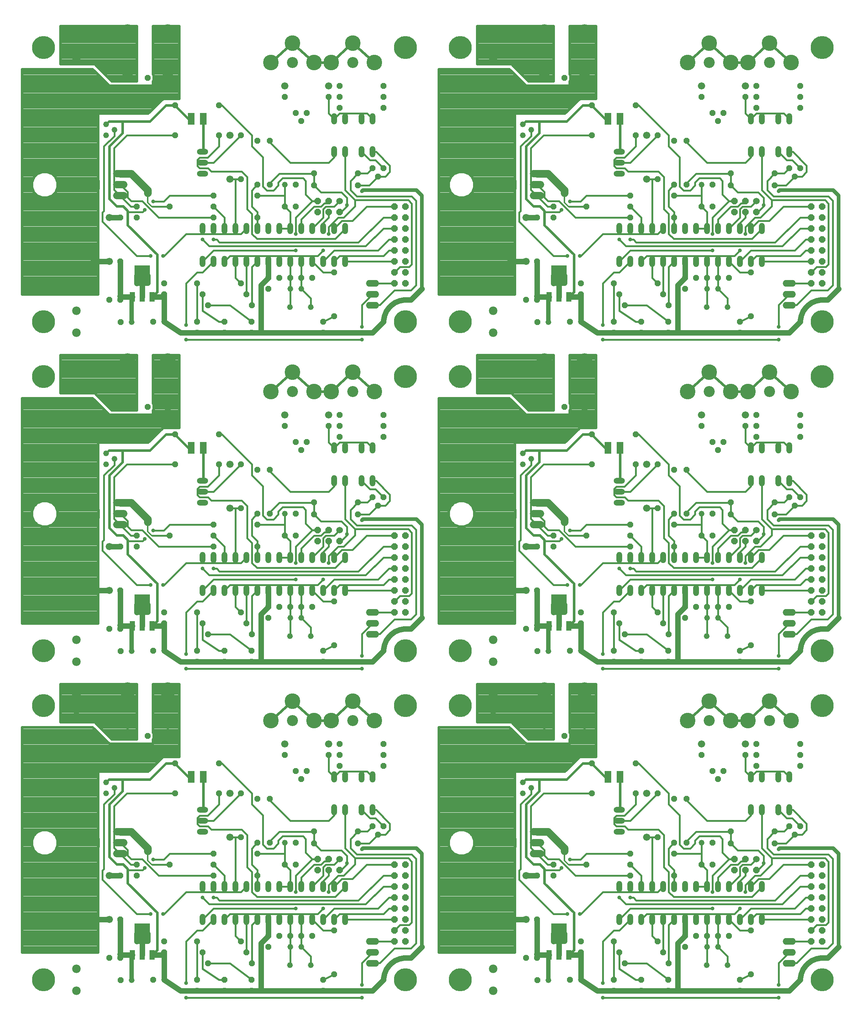
<source format=gbr>
G75*
G70*
%OFA0B0*%
%FSLAX24Y24*%
%IPPOS*%
%LPD*%
%AMOC8*
5,1,8,0,0,1.08239X$1,22.5*
%
%ADD10O,0.0520X0.1040*%
%ADD11OC8,0.0520*%
%ADD12R,0.0480X0.0880*%
%ADD13R,0.1417X0.0866*%
%ADD14C,0.0520*%
%ADD15O,0.1320X0.0660*%
%ADD16C,0.0600*%
%ADD17OC8,0.0600*%
%ADD18O,0.1040X0.0520*%
%ADD19R,0.0630X0.1063*%
%ADD20C,0.0660*%
%ADD21C,0.2100*%
%ADD22C,0.1004*%
%ADD23C,0.1424*%
%ADD24O,0.1200X0.0600*%
%ADD25C,0.1440*%
%ADD26C,0.1005*%
%ADD27C,0.0780*%
%ADD28C,0.0160*%
%ADD29C,0.0500*%
%ADD30C,0.0360*%
%ADD31C,0.0400*%
%ADD32C,0.0240*%
%ADD33C,0.0320*%
%ADD34C,0.0700*%
%ADD35C,0.0120*%
D10*
X028337Y013342D03*
X029337Y013342D03*
X030337Y013342D03*
X031337Y013342D03*
X032337Y013342D03*
X033337Y013342D03*
X034337Y013342D03*
X035337Y013342D03*
X036337Y013342D03*
X037337Y013342D03*
X038337Y013342D03*
X039337Y013342D03*
X040337Y013342D03*
X041337Y013342D03*
X041337Y016342D03*
X040337Y016342D03*
X039337Y016342D03*
X038337Y016342D03*
X037337Y016342D03*
X036337Y016342D03*
X035337Y016342D03*
X034337Y016342D03*
X033337Y016342D03*
X032337Y016342D03*
X031337Y016342D03*
X030337Y016342D03*
X029337Y016342D03*
X028337Y016342D03*
X040337Y023342D03*
X041337Y023342D03*
X042837Y023342D03*
X043837Y023342D03*
X043837Y026342D03*
X042837Y026342D03*
X041337Y026342D03*
X040337Y026342D03*
X040337Y043342D03*
X039337Y043342D03*
X038337Y043342D03*
X037337Y043342D03*
X036337Y043342D03*
X035337Y043342D03*
X034337Y043342D03*
X033337Y043342D03*
X032337Y043342D03*
X031337Y043342D03*
X030337Y043342D03*
X029337Y043342D03*
X028337Y043342D03*
X028337Y046342D03*
X029337Y046342D03*
X030337Y046342D03*
X031337Y046342D03*
X032337Y046342D03*
X033337Y046342D03*
X034337Y046342D03*
X035337Y046342D03*
X036337Y046342D03*
X037337Y046342D03*
X038337Y046342D03*
X039337Y046342D03*
X040337Y046342D03*
X041337Y046342D03*
X041337Y043342D03*
X041337Y053342D03*
X040337Y053342D03*
X042837Y053342D03*
X043837Y053342D03*
X043837Y056342D03*
X042837Y056342D03*
X041337Y056342D03*
X040337Y056342D03*
X040337Y073342D03*
X039337Y073342D03*
X038337Y073342D03*
X037337Y073342D03*
X036337Y073342D03*
X035337Y073342D03*
X034337Y073342D03*
X033337Y073342D03*
X032337Y073342D03*
X031337Y073342D03*
X030337Y073342D03*
X029337Y073342D03*
X028337Y073342D03*
X028337Y076342D03*
X029337Y076342D03*
X030337Y076342D03*
X031337Y076342D03*
X032337Y076342D03*
X033337Y076342D03*
X034337Y076342D03*
X035337Y076342D03*
X036337Y076342D03*
X037337Y076342D03*
X038337Y076342D03*
X039337Y076342D03*
X040337Y076342D03*
X041337Y076342D03*
X041337Y073342D03*
X041337Y083342D03*
X040337Y083342D03*
X042837Y083342D03*
X043837Y083342D03*
X043837Y086342D03*
X042837Y086342D03*
X041337Y086342D03*
X040337Y086342D03*
X066337Y076342D03*
X067337Y076342D03*
X068337Y076342D03*
X069337Y076342D03*
X070337Y076342D03*
X071337Y076342D03*
X072337Y076342D03*
X073337Y076342D03*
X074337Y076342D03*
X075337Y076342D03*
X076337Y076342D03*
X077337Y076342D03*
X078337Y076342D03*
X079337Y076342D03*
X079337Y073342D03*
X078337Y073342D03*
X077337Y073342D03*
X076337Y073342D03*
X075337Y073342D03*
X074337Y073342D03*
X073337Y073342D03*
X072337Y073342D03*
X071337Y073342D03*
X070337Y073342D03*
X069337Y073342D03*
X068337Y073342D03*
X067337Y073342D03*
X066337Y073342D03*
X078337Y083342D03*
X079337Y083342D03*
X080837Y083342D03*
X081837Y083342D03*
X081837Y086342D03*
X080837Y086342D03*
X079337Y086342D03*
X078337Y086342D03*
X078337Y056342D03*
X079337Y056342D03*
X080837Y056342D03*
X081837Y056342D03*
X081837Y053342D03*
X080837Y053342D03*
X079337Y053342D03*
X078337Y053342D03*
X078337Y046342D03*
X077337Y046342D03*
X076337Y046342D03*
X075337Y046342D03*
X074337Y046342D03*
X073337Y046342D03*
X072337Y046342D03*
X071337Y046342D03*
X070337Y046342D03*
X069337Y046342D03*
X068337Y046342D03*
X067337Y046342D03*
X066337Y046342D03*
X066337Y043342D03*
X067337Y043342D03*
X068337Y043342D03*
X069337Y043342D03*
X070337Y043342D03*
X071337Y043342D03*
X072337Y043342D03*
X073337Y043342D03*
X074337Y043342D03*
X075337Y043342D03*
X076337Y043342D03*
X077337Y043342D03*
X078337Y043342D03*
X079337Y043342D03*
X079337Y046342D03*
X079337Y026342D03*
X080837Y026342D03*
X081837Y026342D03*
X081837Y023342D03*
X080837Y023342D03*
X079337Y023342D03*
X078337Y023342D03*
X078337Y026342D03*
X078337Y016342D03*
X077337Y016342D03*
X076337Y016342D03*
X075337Y016342D03*
X074337Y016342D03*
X073337Y016342D03*
X072337Y016342D03*
X071337Y016342D03*
X070337Y016342D03*
X069337Y016342D03*
X068337Y016342D03*
X067337Y016342D03*
X066337Y016342D03*
X066337Y013342D03*
X067337Y013342D03*
X068337Y013342D03*
X069337Y013342D03*
X070337Y013342D03*
X071337Y013342D03*
X072337Y013342D03*
X073337Y013342D03*
X074337Y013342D03*
X075337Y013342D03*
X076337Y013342D03*
X077337Y013342D03*
X078337Y013342D03*
X079337Y013342D03*
X079337Y016342D03*
D11*
X080487Y020292D03*
X080512Y021367D03*
X081837Y021842D03*
X082337Y021092D03*
X082837Y021842D03*
X082837Y027342D03*
X082837Y028342D03*
X082837Y029342D03*
X078837Y029342D03*
X078837Y028342D03*
X077837Y028342D03*
X078837Y027342D03*
X075837Y026892D03*
X075337Y026142D03*
X074837Y026892D03*
X073837Y028342D03*
X072462Y024342D03*
X071337Y024342D03*
X069837Y024842D03*
X067837Y024842D03*
X067837Y027592D03*
X063837Y027592D03*
X063837Y024842D03*
X061337Y019592D03*
X060337Y018342D03*
X060337Y017342D03*
X058837Y017342D03*
X058837Y013342D03*
X058837Y009842D03*
X057837Y009842D03*
X058862Y007817D03*
X061837Y007842D03*
X062837Y010342D03*
X062837Y011342D03*
X065837Y011342D03*
X066337Y010342D03*
X066837Y009342D03*
X065837Y007842D03*
X065837Y006842D03*
X068337Y006842D03*
X068337Y007842D03*
X070787Y007842D03*
X070787Y006842D03*
X070837Y009342D03*
X070337Y010342D03*
X069837Y011342D03*
X072337Y011842D03*
X072337Y010842D03*
X073337Y011842D03*
X074337Y011842D03*
X075337Y011842D03*
X076337Y011842D03*
X078337Y012342D03*
X078337Y008342D03*
X077337Y007842D03*
X077337Y006842D03*
X071337Y017342D03*
X071337Y019342D03*
X071337Y020342D03*
X072462Y020342D03*
X073837Y018342D03*
X074837Y018342D03*
X074837Y020342D03*
X076487Y020292D03*
X076512Y021367D03*
X069837Y020842D03*
X067337Y019342D03*
X067337Y018342D03*
X067337Y017342D03*
X063337Y018342D03*
X061337Y030092D03*
X065837Y036842D03*
X065837Y037842D03*
X066837Y039342D03*
X066337Y040342D03*
X065837Y041342D03*
X062837Y041342D03*
X062837Y040342D03*
X061837Y037842D03*
X058862Y037817D03*
X058837Y039842D03*
X057837Y039842D03*
X058837Y043342D03*
X058837Y047342D03*
X060337Y047342D03*
X060337Y048342D03*
X061337Y049592D03*
X063337Y048342D03*
X067337Y048342D03*
X067337Y049342D03*
X067337Y047342D03*
X069837Y050842D03*
X071337Y050342D03*
X071337Y049342D03*
X072462Y050342D03*
X073837Y048342D03*
X074837Y048342D03*
X074837Y050342D03*
X076487Y050292D03*
X076512Y051367D03*
X072462Y054342D03*
X071337Y054342D03*
X069837Y054842D03*
X067837Y054842D03*
X067837Y057592D03*
X063837Y057592D03*
X063837Y054842D03*
X061337Y060092D03*
X065837Y066842D03*
X065837Y067842D03*
X066837Y069342D03*
X066337Y070342D03*
X065837Y071342D03*
X062837Y071342D03*
X062837Y070342D03*
X061837Y067842D03*
X058862Y067817D03*
X058837Y069842D03*
X057837Y069842D03*
X058837Y073342D03*
X058837Y077342D03*
X060337Y077342D03*
X060337Y078342D03*
X061337Y079592D03*
X063337Y078342D03*
X067337Y078342D03*
X067337Y079342D03*
X067337Y077342D03*
X069837Y080842D03*
X071337Y080342D03*
X071337Y079342D03*
X072462Y080342D03*
X073837Y078342D03*
X074837Y078342D03*
X074837Y080342D03*
X076487Y080292D03*
X076512Y081367D03*
X072462Y084342D03*
X071337Y084342D03*
X069837Y084842D03*
X067837Y084842D03*
X067837Y087592D03*
X063837Y087592D03*
X063837Y084842D03*
X061337Y090092D03*
X071337Y077342D03*
X072337Y071842D03*
X072337Y070842D03*
X073337Y071842D03*
X074337Y071842D03*
X075337Y071842D03*
X076337Y071842D03*
X078337Y072342D03*
X078337Y068342D03*
X077337Y067842D03*
X077337Y066842D03*
X070787Y066842D03*
X070787Y067842D03*
X070837Y069342D03*
X070337Y070342D03*
X069837Y071342D03*
X068337Y067842D03*
X068337Y066842D03*
X073837Y058342D03*
X074837Y056892D03*
X075337Y056142D03*
X075837Y056892D03*
X077837Y058342D03*
X078837Y058342D03*
X078837Y059342D03*
X078837Y057342D03*
X082837Y057342D03*
X082837Y058342D03*
X082837Y059342D03*
X082837Y051842D03*
X082337Y051092D03*
X081837Y051842D03*
X080512Y051367D03*
X080487Y050292D03*
X078337Y042342D03*
X076337Y041842D03*
X075337Y041842D03*
X074337Y041842D03*
X073337Y041842D03*
X072337Y041842D03*
X072337Y040842D03*
X070837Y039342D03*
X070337Y040342D03*
X069837Y041342D03*
X070787Y037842D03*
X070787Y036842D03*
X068337Y036842D03*
X068337Y037842D03*
X071337Y047342D03*
X077337Y037842D03*
X077337Y036842D03*
X078337Y038342D03*
X044837Y029342D03*
X044837Y028342D03*
X044837Y027342D03*
X040837Y027342D03*
X040837Y028342D03*
X039837Y028342D03*
X040837Y029342D03*
X037837Y026892D03*
X037337Y026142D03*
X036837Y026892D03*
X035837Y028342D03*
X034462Y024342D03*
X033337Y024342D03*
X031837Y024842D03*
X029837Y024842D03*
X029837Y027592D03*
X025837Y027592D03*
X025837Y024842D03*
X023337Y019592D03*
X022337Y018342D03*
X022337Y017342D03*
X020837Y017342D03*
X020837Y013342D03*
X020837Y009842D03*
X019837Y009842D03*
X020862Y007817D03*
X023837Y007842D03*
X024837Y010342D03*
X024837Y011342D03*
X027837Y011342D03*
X028337Y010342D03*
X028837Y009342D03*
X027837Y007842D03*
X027837Y006842D03*
X030337Y006842D03*
X030337Y007842D03*
X032787Y007842D03*
X032787Y006842D03*
X032837Y009342D03*
X032337Y010342D03*
X031837Y011342D03*
X034337Y011842D03*
X034337Y010842D03*
X035337Y011842D03*
X036337Y011842D03*
X037337Y011842D03*
X038337Y011842D03*
X040337Y012342D03*
X040337Y008342D03*
X039337Y007842D03*
X039337Y006842D03*
X033337Y017342D03*
X033337Y019342D03*
X033337Y020342D03*
X034462Y020342D03*
X035837Y018342D03*
X036837Y018342D03*
X036837Y020342D03*
X038487Y020292D03*
X038512Y021367D03*
X042512Y021367D03*
X042487Y020292D03*
X044337Y021092D03*
X043837Y021842D03*
X044837Y021842D03*
X031837Y020842D03*
X029337Y019342D03*
X029337Y018342D03*
X029337Y017342D03*
X025337Y018342D03*
X023337Y030092D03*
X027837Y036842D03*
X027837Y037842D03*
X028837Y039342D03*
X028337Y040342D03*
X027837Y041342D03*
X030337Y037842D03*
X030337Y036842D03*
X032787Y036842D03*
X032787Y037842D03*
X032837Y039342D03*
X032337Y040342D03*
X031837Y041342D03*
X034337Y041842D03*
X034337Y040842D03*
X035337Y041842D03*
X036337Y041842D03*
X037337Y041842D03*
X038337Y041842D03*
X040337Y042342D03*
X040337Y038342D03*
X039337Y037842D03*
X039337Y036842D03*
X033337Y047342D03*
X033337Y049342D03*
X033337Y050342D03*
X034462Y050342D03*
X035837Y048342D03*
X036837Y048342D03*
X036837Y050342D03*
X038487Y050292D03*
X038512Y051367D03*
X042512Y051367D03*
X042487Y050292D03*
X044337Y051092D03*
X043837Y051842D03*
X044837Y051842D03*
X044837Y057342D03*
X044837Y058342D03*
X044837Y059342D03*
X040837Y059342D03*
X040837Y058342D03*
X039837Y058342D03*
X040837Y057342D03*
X037837Y056892D03*
X037337Y056142D03*
X036837Y056892D03*
X035837Y058342D03*
X034462Y054342D03*
X033337Y054342D03*
X031837Y054842D03*
X029837Y054842D03*
X029837Y057592D03*
X025837Y057592D03*
X025837Y054842D03*
X023337Y060092D03*
X027837Y066842D03*
X027837Y067842D03*
X028837Y069342D03*
X028337Y070342D03*
X027837Y071342D03*
X030337Y067842D03*
X030337Y066842D03*
X032787Y066842D03*
X032787Y067842D03*
X032837Y069342D03*
X032337Y070342D03*
X031837Y071342D03*
X034337Y071842D03*
X034337Y070842D03*
X035337Y071842D03*
X036337Y071842D03*
X037337Y071842D03*
X038337Y071842D03*
X040337Y072342D03*
X040337Y068342D03*
X039337Y067842D03*
X039337Y066842D03*
X033337Y077342D03*
X033337Y079342D03*
X033337Y080342D03*
X034462Y080342D03*
X035837Y078342D03*
X036837Y078342D03*
X036837Y080342D03*
X038487Y080292D03*
X038512Y081367D03*
X042512Y081367D03*
X042487Y080292D03*
X044337Y081092D03*
X043837Y081842D03*
X044837Y081842D03*
X044837Y087342D03*
X044837Y088342D03*
X044837Y089342D03*
X040837Y089342D03*
X040837Y088342D03*
X039837Y088342D03*
X040837Y087342D03*
X037837Y086892D03*
X037337Y086142D03*
X036837Y086892D03*
X035837Y088342D03*
X034462Y084342D03*
X033337Y084342D03*
X031837Y084842D03*
X029837Y084842D03*
X029837Y087592D03*
X025837Y087592D03*
X025837Y084842D03*
X023337Y090092D03*
X031837Y080842D03*
X029337Y079342D03*
X029337Y078342D03*
X029337Y077342D03*
X025337Y078342D03*
X023337Y079592D03*
X022337Y078342D03*
X022337Y077342D03*
X020837Y077342D03*
X020837Y073342D03*
X020837Y069842D03*
X019837Y069842D03*
X020862Y067817D03*
X023837Y067842D03*
X024837Y070342D03*
X024837Y071342D03*
X031837Y050842D03*
X029337Y049342D03*
X029337Y048342D03*
X029337Y047342D03*
X025337Y048342D03*
X023337Y049592D03*
X022337Y048342D03*
X022337Y047342D03*
X020837Y047342D03*
X020837Y043342D03*
X020837Y039842D03*
X019837Y039842D03*
X020862Y037817D03*
X023837Y037842D03*
X024837Y040342D03*
X024837Y041342D03*
X073837Y088342D03*
X074837Y086892D03*
X075337Y086142D03*
X075837Y086892D03*
X077837Y088342D03*
X078837Y088342D03*
X078837Y089342D03*
X078837Y087342D03*
X082837Y087342D03*
X082837Y088342D03*
X082837Y089342D03*
X082837Y081842D03*
X082337Y081092D03*
X081837Y081842D03*
X080512Y081367D03*
X080487Y080292D03*
D12*
X061747Y070122D03*
X060837Y070122D03*
X059927Y070122D03*
X059927Y040122D03*
X060837Y040122D03*
X061747Y040122D03*
X061747Y010122D03*
X060837Y010122D03*
X059927Y010122D03*
X023747Y010122D03*
X022837Y010122D03*
X021927Y010122D03*
X021927Y040122D03*
X022837Y040122D03*
X023747Y040122D03*
X023747Y070122D03*
X022837Y070122D03*
X021927Y070122D03*
D13*
X022837Y072562D03*
X022837Y042562D03*
X022837Y012562D03*
X060837Y012562D03*
X060837Y042562D03*
X060837Y072562D03*
D14*
X059862Y067817D03*
X062837Y067842D03*
X057537Y055842D03*
X058287Y055342D03*
X057537Y054842D03*
X059862Y037817D03*
X062837Y037842D03*
X073837Y050342D03*
X074337Y040842D03*
X075337Y040842D03*
X076212Y039167D03*
X074312Y039167D03*
X058287Y025342D03*
X057537Y025842D03*
X057537Y024842D03*
X059862Y007817D03*
X062837Y007842D03*
X074312Y009167D03*
X074337Y010842D03*
X075337Y010842D03*
X076212Y009167D03*
X073837Y020342D03*
X038212Y009167D03*
X037337Y010842D03*
X036337Y010842D03*
X036312Y009167D03*
X035837Y020342D03*
X024837Y007842D03*
X021862Y007817D03*
X019537Y024842D03*
X020287Y025342D03*
X019537Y025842D03*
X021862Y037817D03*
X024837Y037842D03*
X036312Y039167D03*
X036337Y040842D03*
X037337Y040842D03*
X038212Y039167D03*
X035837Y050342D03*
X020287Y055342D03*
X019537Y055842D03*
X019537Y054842D03*
X021862Y067817D03*
X024837Y067842D03*
X036312Y069167D03*
X036337Y070842D03*
X037337Y070842D03*
X038212Y069167D03*
X035837Y080342D03*
X020287Y085342D03*
X019537Y085842D03*
X019537Y084842D03*
X057537Y084842D03*
X058287Y085342D03*
X057537Y085842D03*
X073837Y080342D03*
X074337Y070842D03*
X075337Y070842D03*
X076212Y069167D03*
X074312Y069167D03*
D15*
X058837Y079342D03*
X058837Y080342D03*
X058837Y081342D03*
X058837Y051342D03*
X058837Y050342D03*
X058837Y049342D03*
X058837Y021342D03*
X058837Y020342D03*
X058837Y019342D03*
X020837Y019342D03*
X020837Y020342D03*
X020837Y021342D03*
X020837Y049342D03*
X020837Y050342D03*
X020837Y051342D03*
X020837Y079342D03*
X020837Y080342D03*
X020837Y081342D03*
D16*
X040837Y078842D03*
X040837Y048842D03*
X040837Y018842D03*
X078837Y018842D03*
X078837Y048842D03*
X078837Y078842D03*
D17*
X077837Y078842D03*
X076837Y078842D03*
X076837Y077842D03*
X077837Y077842D03*
X078837Y077842D03*
X083837Y078342D03*
X083837Y077342D03*
X083837Y076342D03*
X083837Y075342D03*
X083837Y074342D03*
X083837Y073342D03*
X083837Y072342D03*
X083837Y071342D03*
X084837Y071342D03*
X084837Y072342D03*
X084837Y073342D03*
X084837Y074342D03*
X084837Y075342D03*
X084837Y076342D03*
X084837Y077342D03*
X084837Y078342D03*
X077837Y048842D03*
X076837Y048842D03*
X076837Y047842D03*
X077837Y047842D03*
X078837Y047842D03*
X083837Y048342D03*
X083837Y047342D03*
X083837Y046342D03*
X083837Y045342D03*
X083837Y044342D03*
X083837Y043342D03*
X083837Y042342D03*
X083837Y041342D03*
X084837Y041342D03*
X084837Y042342D03*
X084837Y043342D03*
X084837Y044342D03*
X084837Y045342D03*
X084837Y046342D03*
X084837Y047342D03*
X084837Y048342D03*
X084837Y018342D03*
X083837Y018342D03*
X083837Y017342D03*
X083837Y016342D03*
X083837Y015342D03*
X083837Y014342D03*
X083837Y013342D03*
X083837Y012342D03*
X083837Y011342D03*
X084837Y011342D03*
X084837Y012342D03*
X084837Y013342D03*
X084837Y014342D03*
X084837Y015342D03*
X084837Y016342D03*
X084837Y017342D03*
X078837Y017842D03*
X077837Y017842D03*
X076837Y017842D03*
X076837Y018842D03*
X077837Y018842D03*
X046837Y018342D03*
X045837Y018342D03*
X045837Y017342D03*
X045837Y016342D03*
X045837Y015342D03*
X045837Y014342D03*
X045837Y013342D03*
X045837Y012342D03*
X045837Y011342D03*
X046837Y011342D03*
X046837Y012342D03*
X046837Y013342D03*
X046837Y014342D03*
X046837Y015342D03*
X046837Y016342D03*
X046837Y017342D03*
X040837Y017842D03*
X039837Y017842D03*
X038837Y017842D03*
X038837Y018842D03*
X039837Y018842D03*
X045837Y041342D03*
X045837Y042342D03*
X045837Y043342D03*
X045837Y044342D03*
X045837Y045342D03*
X045837Y046342D03*
X045837Y047342D03*
X045837Y048342D03*
X046837Y048342D03*
X046837Y047342D03*
X046837Y046342D03*
X046837Y045342D03*
X046837Y044342D03*
X046837Y043342D03*
X046837Y042342D03*
X046837Y041342D03*
X040837Y047842D03*
X039837Y047842D03*
X038837Y047842D03*
X038837Y048842D03*
X039837Y048842D03*
X045837Y071342D03*
X045837Y072342D03*
X045837Y073342D03*
X045837Y074342D03*
X045837Y075342D03*
X045837Y076342D03*
X045837Y077342D03*
X045837Y078342D03*
X046837Y078342D03*
X046837Y077342D03*
X046837Y076342D03*
X046837Y075342D03*
X046837Y074342D03*
X046837Y073342D03*
X046837Y072342D03*
X046837Y071342D03*
X040837Y077842D03*
X039837Y077842D03*
X038837Y077842D03*
X038837Y078842D03*
X039837Y078842D03*
D18*
X028337Y081342D03*
X028337Y082342D03*
X028337Y083342D03*
X028337Y053342D03*
X028337Y052342D03*
X028337Y051342D03*
X028337Y023342D03*
X028337Y022342D03*
X028337Y021342D03*
X066337Y021342D03*
X066337Y022342D03*
X066337Y023342D03*
X066337Y051342D03*
X066337Y052342D03*
X066337Y053342D03*
X066337Y081342D03*
X066337Y082342D03*
X066337Y083342D03*
D19*
X066389Y086342D03*
X065286Y086342D03*
X065286Y056342D03*
X066389Y056342D03*
X066389Y026342D03*
X065286Y026342D03*
X028389Y026342D03*
X027286Y026342D03*
X027286Y056342D03*
X028389Y056342D03*
X028389Y086342D03*
X027286Y086342D03*
D20*
X030837Y084842D03*
X030837Y080842D03*
X035837Y089342D03*
X039837Y089342D03*
X057837Y077342D03*
X057837Y073342D03*
X068837Y080842D03*
X068837Y084842D03*
X073837Y089342D03*
X077837Y089342D03*
X077837Y059342D03*
X073837Y059342D03*
X068837Y054842D03*
X068837Y050842D03*
X057837Y047342D03*
X057837Y043342D03*
X073837Y029342D03*
X077837Y029342D03*
X068837Y024842D03*
X068837Y020842D03*
X057837Y017342D03*
X057837Y013342D03*
X039837Y029342D03*
X035837Y029342D03*
X030837Y024842D03*
X030837Y020842D03*
X019837Y017342D03*
X019837Y013342D03*
X019837Y043342D03*
X019837Y047342D03*
X030837Y050842D03*
X030837Y054842D03*
X035837Y059342D03*
X039837Y059342D03*
X019837Y073342D03*
X019837Y077342D03*
D21*
X013837Y067842D03*
X013837Y062842D03*
X013837Y037842D03*
X013837Y032842D03*
X013837Y007842D03*
X046837Y007842D03*
X051837Y007842D03*
X051837Y032842D03*
X051837Y037842D03*
X046837Y037842D03*
X046837Y032842D03*
X046837Y062842D03*
X046837Y067842D03*
X051837Y067842D03*
X051837Y062842D03*
X051837Y092842D03*
X046837Y092842D03*
X013837Y092842D03*
X084837Y092842D03*
X084837Y067842D03*
X084837Y062842D03*
X084837Y037842D03*
X084837Y032842D03*
X084837Y007842D03*
D22*
X080037Y031492D03*
X074537Y031492D03*
X074537Y061492D03*
X080037Y061492D03*
X080037Y091492D03*
X074537Y091492D03*
X042037Y091492D03*
X036537Y091492D03*
X036537Y061492D03*
X042037Y061492D03*
X042037Y031492D03*
X036537Y031492D03*
D23*
X036537Y033263D03*
X038506Y031492D03*
X040069Y031492D03*
X042037Y033263D03*
X044006Y031492D03*
X034569Y031492D03*
X034569Y061492D03*
X036537Y063263D03*
X038506Y061492D03*
X040069Y061492D03*
X042037Y063263D03*
X044006Y061492D03*
X044006Y091492D03*
X042037Y093263D03*
X040069Y091492D03*
X038506Y091492D03*
X036537Y093263D03*
X034569Y091492D03*
X072569Y091492D03*
X074537Y093263D03*
X076506Y091492D03*
X078069Y091492D03*
X080037Y093263D03*
X082006Y091492D03*
X080037Y063263D03*
X078069Y061492D03*
X076506Y061492D03*
X074537Y063263D03*
X072569Y061492D03*
X082006Y061492D03*
X080037Y033263D03*
X078069Y031492D03*
X076506Y031492D03*
X074537Y033263D03*
X072569Y031492D03*
X082006Y031492D03*
D24*
X081837Y039342D03*
X081837Y040342D03*
X081837Y041342D03*
X081837Y069342D03*
X081837Y070342D03*
X081837Y071342D03*
X043837Y071342D03*
X043837Y070342D03*
X043837Y069342D03*
X043837Y041342D03*
X043837Y040342D03*
X043837Y039342D03*
X043837Y011342D03*
X043837Y010342D03*
X043837Y009342D03*
X081837Y009342D03*
X081837Y010342D03*
X081837Y011342D03*
D25*
X063177Y034242D03*
X059507Y034242D03*
X059507Y064242D03*
X063177Y064242D03*
X063177Y094242D03*
X059507Y094242D03*
X025177Y094242D03*
X021507Y094242D03*
X021507Y064242D03*
X025177Y064242D03*
X025177Y034242D03*
X021507Y034242D03*
D26*
X021507Y030242D03*
X025177Y030242D03*
X025177Y060242D03*
X021507Y060242D03*
X021507Y090242D03*
X025177Y090242D03*
X059507Y090242D03*
X063177Y090242D03*
X063177Y060242D03*
X059507Y060242D03*
X059507Y030242D03*
X063177Y030242D03*
D27*
X054837Y031842D03*
X054837Y033842D03*
X054837Y036842D03*
X054837Y038842D03*
X054837Y061842D03*
X054837Y063842D03*
X054837Y066842D03*
X054837Y068842D03*
X054837Y091842D03*
X054837Y093842D03*
X016837Y093842D03*
X016837Y091842D03*
X016837Y068842D03*
X016837Y066842D03*
X016837Y063842D03*
X016837Y061842D03*
X016837Y038842D03*
X016837Y036842D03*
X016837Y033842D03*
X016837Y031842D03*
X016837Y008842D03*
X016837Y006842D03*
X054837Y006842D03*
X054837Y008842D03*
D28*
X060337Y013842D02*
X061587Y013842D01*
X062737Y013842D02*
X062837Y013842D01*
X064837Y015842D01*
X069837Y015842D01*
X070337Y016342D01*
X070837Y015842D02*
X070837Y017692D01*
X070412Y018117D01*
X070412Y021042D01*
X069912Y021542D01*
X067137Y021542D01*
X066837Y021842D01*
X066062Y021842D01*
X065862Y022042D01*
X065862Y022617D01*
X066062Y022817D01*
X066812Y022817D01*
X067837Y023842D01*
X067837Y024842D01*
X069837Y024842D02*
X067337Y022342D01*
X066337Y022342D01*
X068837Y020842D02*
X069337Y020842D01*
X069337Y016342D01*
X068337Y016342D02*
X068337Y017342D01*
X067337Y018342D01*
X067337Y019342D02*
X063337Y019342D01*
X062812Y018817D01*
X061837Y018817D01*
X061762Y018342D02*
X063337Y018342D01*
X062337Y017342D02*
X067337Y017342D01*
X067337Y015342D02*
X067637Y015342D01*
X067862Y015067D01*
X080537Y015067D01*
X082837Y017342D01*
X083837Y017342D01*
X083837Y018342D02*
X081287Y018342D01*
X079987Y017042D01*
X079037Y017042D01*
X078337Y016342D01*
X077837Y016492D02*
X078687Y017342D01*
X079187Y017342D01*
X080237Y018392D01*
X080237Y018942D01*
X085087Y018942D01*
X085412Y018617D01*
X085412Y013092D01*
X085162Y012842D01*
X084337Y012842D01*
X083837Y012342D01*
X083837Y013342D02*
X079337Y013342D01*
X078837Y013842D02*
X082837Y013842D01*
X083337Y014342D01*
X083837Y014342D01*
X083837Y015342D02*
X083337Y015342D01*
X082337Y014342D01*
X078337Y014342D01*
X077337Y013342D01*
X076837Y013842D02*
X077337Y014342D01*
X076837Y013842D02*
X068837Y013842D01*
X068337Y013342D01*
X067337Y013342D02*
X066337Y012342D01*
X065837Y012342D01*
X064837Y011342D01*
X064837Y007542D01*
X065837Y007842D02*
X065837Y011342D01*
X066337Y010342D02*
X066337Y008842D01*
X067837Y007842D01*
X068337Y007842D01*
X068837Y009342D02*
X066837Y009342D01*
X068837Y009342D02*
X070837Y007842D01*
X070787Y007842D01*
X070837Y009342D02*
X070837Y012842D01*
X071337Y013342D01*
X070337Y013342D02*
X070337Y010342D01*
X069837Y011342D02*
X069337Y011842D01*
X069337Y013342D01*
X067337Y014342D02*
X074837Y014342D01*
X074337Y013342D02*
X074337Y011842D01*
X074337Y010842D01*
X074337Y009192D01*
X074312Y009167D01*
X075337Y010842D02*
X076212Y009967D01*
X076212Y009167D01*
X076212Y009142D01*
X075337Y010842D02*
X075337Y011842D01*
X075337Y013342D01*
X076337Y013342D02*
X077337Y012342D01*
X078337Y012342D01*
X078337Y013342D02*
X078837Y013842D01*
X078437Y015417D02*
X071312Y015417D01*
X070837Y015842D01*
X071337Y016342D02*
X071337Y017342D01*
X071337Y017842D01*
X070837Y018342D01*
X070837Y019817D01*
X071337Y020367D01*
X071337Y020342D01*
X071837Y020192D02*
X072212Y019817D01*
X072787Y019817D01*
X073237Y020267D01*
X073237Y020542D01*
X073637Y020942D01*
X075487Y020942D01*
X075737Y020692D01*
X075737Y019442D01*
X076337Y018842D01*
X076837Y018842D01*
X076337Y018842D02*
X074837Y017342D01*
X074837Y015842D01*
X074337Y016342D02*
X074337Y017842D01*
X073837Y018342D01*
X073837Y019342D01*
X071337Y019342D01*
X071837Y020192D02*
X071837Y022842D01*
X070837Y023842D01*
X070837Y024842D01*
X068087Y027592D01*
X067837Y027592D01*
X063887Y024892D02*
X063837Y024842D01*
X059437Y024842D01*
X058262Y023667D01*
X058262Y019867D01*
X058787Y019342D01*
X059787Y018342D01*
X060337Y018342D01*
X059837Y018842D02*
X059487Y019192D01*
X059487Y019692D01*
X058887Y020292D01*
X058837Y020292D01*
X058837Y020342D01*
X059837Y018842D02*
X060837Y018842D01*
X062337Y017342D01*
X061062Y018042D02*
X060862Y017842D01*
X059512Y017842D01*
X059487Y017842D01*
X057337Y017942D02*
X057212Y017817D01*
X057212Y016967D01*
X060337Y013842D01*
X057337Y017942D02*
X057337Y023842D01*
X058287Y024792D01*
X058287Y025342D01*
X066337Y015342D02*
X066937Y014742D01*
X081187Y014742D01*
X082837Y016342D01*
X083837Y016342D01*
X085812Y018867D02*
X085387Y019292D01*
X080387Y019292D01*
X079837Y019842D01*
X079837Y020692D01*
X080512Y021367D01*
X081362Y021367D01*
X081837Y021842D01*
X081612Y022567D02*
X080837Y023342D01*
X080812Y023342D01*
X081837Y023342D02*
X082162Y023342D01*
X083412Y022092D01*
X083412Y021517D01*
X082987Y021092D01*
X082337Y021092D01*
X081537Y020292D01*
X080487Y020292D01*
X079337Y019842D02*
X080237Y018942D01*
X079512Y019142D02*
X079512Y018467D01*
X079512Y018392D01*
X078962Y017842D01*
X078837Y017842D01*
X078337Y018342D02*
X078837Y018842D01*
X078337Y018342D02*
X077562Y018342D01*
X077337Y018117D01*
X077337Y017342D01*
X076337Y016342D01*
X075337Y016342D02*
X075337Y017167D01*
X076512Y018342D01*
X077137Y018342D01*
X077437Y018642D01*
X077637Y018642D01*
X077837Y018842D01*
X077837Y017842D02*
X077837Y017342D01*
X077337Y016842D01*
X077337Y016342D01*
X077837Y016492D02*
X077837Y015842D01*
X078437Y015417D02*
X079337Y016317D01*
X079337Y016342D01*
X079512Y019142D02*
X079012Y019642D01*
X077137Y019642D01*
X076487Y020292D01*
X076487Y021342D01*
X076512Y021367D01*
X076362Y021367D01*
X076337Y021342D01*
X073337Y021342D01*
X072462Y020467D01*
X072462Y020342D01*
X073837Y020342D02*
X073837Y019342D01*
X071312Y017617D02*
X071337Y017342D01*
X073337Y016342D02*
X074337Y016342D01*
X076487Y020242D02*
X076487Y020292D01*
X077837Y022342D02*
X074337Y022342D01*
X072462Y024217D01*
X072462Y024342D01*
X069837Y020842D02*
X069337Y020842D01*
X067337Y014342D02*
X066337Y013342D01*
X064837Y006217D02*
X080862Y006217D01*
X080862Y007392D02*
X080862Y009367D01*
X081837Y010342D01*
X081812Y009367D02*
X082487Y009367D01*
X083837Y010717D01*
X085337Y010717D01*
X085812Y011192D01*
X085812Y018867D01*
X082837Y021842D02*
X082112Y022567D01*
X081612Y022567D01*
X079337Y023342D02*
X079337Y019842D01*
X077837Y022342D02*
X078337Y022842D01*
X078337Y023342D01*
X078337Y026342D02*
X078837Y026842D01*
X081337Y026842D01*
X081837Y026342D01*
X078337Y026342D02*
X077837Y026842D01*
X077837Y028342D01*
X080862Y036217D02*
X064837Y036217D01*
X064837Y037542D02*
X064837Y041342D01*
X065837Y042342D01*
X066337Y042342D01*
X067337Y043342D01*
X067337Y044342D02*
X066337Y043342D01*
X067337Y044342D02*
X074837Y044342D01*
X074337Y043342D02*
X074337Y041842D01*
X074337Y040842D01*
X074337Y039192D01*
X074312Y039167D01*
X076212Y039167D02*
X076212Y039967D01*
X075337Y040842D01*
X075337Y041842D01*
X075337Y043342D01*
X076337Y043342D02*
X077337Y042342D01*
X078337Y042342D01*
X078337Y043342D02*
X078837Y043842D01*
X082837Y043842D01*
X083337Y044342D01*
X083837Y044342D01*
X083837Y045342D02*
X083337Y045342D01*
X082337Y044342D01*
X078337Y044342D01*
X077337Y043342D01*
X076837Y043842D02*
X077337Y044342D01*
X076837Y043842D02*
X068837Y043842D01*
X068337Y043342D01*
X069337Y043342D02*
X069337Y041842D01*
X069837Y041342D01*
X070337Y040342D02*
X070337Y043342D01*
X070837Y042842D02*
X070837Y039342D01*
X070837Y037842D02*
X068837Y039342D01*
X066837Y039342D01*
X066337Y038842D02*
X066337Y040342D01*
X065837Y041342D02*
X065837Y037842D01*
X066337Y038842D02*
X067837Y037842D01*
X068337Y037842D01*
X070787Y037842D02*
X070837Y037842D01*
X070837Y042842D02*
X071337Y043342D01*
X071312Y045417D02*
X070837Y045842D01*
X070837Y047692D01*
X070412Y048117D01*
X070412Y051042D01*
X069912Y051542D01*
X067137Y051542D01*
X066837Y051842D01*
X066062Y051842D01*
X065862Y052042D01*
X065862Y052617D01*
X066062Y052817D01*
X066812Y052817D01*
X067837Y053842D01*
X067837Y054842D01*
X069837Y054842D02*
X067337Y052342D01*
X066337Y052342D01*
X068837Y050842D02*
X069337Y050842D01*
X069337Y046342D01*
X069837Y045842D02*
X064837Y045842D01*
X062837Y043842D01*
X062737Y043842D01*
X061587Y043842D02*
X060337Y043842D01*
X057212Y046967D01*
X057212Y047817D01*
X057337Y047942D01*
X057337Y053842D01*
X058287Y054792D01*
X058287Y055342D01*
X059437Y054842D02*
X063837Y054842D01*
X063887Y054892D01*
X059437Y054842D02*
X058262Y053667D01*
X058262Y049867D01*
X058787Y049342D01*
X059787Y048342D01*
X060337Y048342D01*
X059837Y048842D02*
X059487Y049192D01*
X059487Y049692D01*
X058887Y050292D01*
X058837Y050292D01*
X058837Y050342D01*
X059837Y048842D02*
X060837Y048842D01*
X062337Y047342D01*
X067337Y047342D01*
X068337Y047342D02*
X067337Y048342D01*
X067337Y049342D02*
X063337Y049342D01*
X062812Y048817D01*
X061837Y048817D01*
X061762Y048342D02*
X063337Y048342D01*
X061062Y048042D02*
X060862Y047842D01*
X059512Y047842D01*
X059487Y047842D01*
X066337Y045342D02*
X066937Y044742D01*
X081187Y044742D01*
X082837Y046342D01*
X083837Y046342D01*
X083837Y047342D02*
X082837Y047342D01*
X080537Y045067D01*
X067862Y045067D01*
X067637Y045342D01*
X067337Y045342D01*
X068337Y046342D02*
X068337Y047342D01*
X069837Y045842D02*
X070337Y046342D01*
X071337Y046342D02*
X071337Y047342D01*
X071337Y047842D01*
X070837Y048342D01*
X070837Y049817D01*
X071337Y050367D01*
X071337Y050342D01*
X071837Y050192D02*
X072212Y049817D01*
X072787Y049817D01*
X073237Y050267D01*
X073237Y050542D01*
X073637Y050942D01*
X075487Y050942D01*
X075737Y050692D01*
X075737Y049442D01*
X076337Y048842D01*
X076837Y048842D01*
X076337Y048842D02*
X074837Y047342D01*
X074837Y045842D01*
X074337Y046342D02*
X074337Y047842D01*
X073837Y048342D01*
X073837Y049342D01*
X071337Y049342D01*
X071837Y050192D02*
X071837Y052842D01*
X070837Y053842D01*
X070837Y054842D01*
X068087Y057592D01*
X067837Y057592D01*
X072462Y054342D02*
X072462Y054217D01*
X074337Y052342D01*
X077837Y052342D01*
X078337Y052842D01*
X078337Y053342D01*
X079337Y053342D02*
X079337Y049842D01*
X080237Y048942D01*
X080237Y048392D01*
X079187Y047342D01*
X078687Y047342D01*
X077837Y046492D01*
X077837Y045842D01*
X077337Y046342D02*
X077337Y046842D01*
X077837Y047342D01*
X077837Y047842D01*
X077337Y048117D02*
X077562Y048342D01*
X078337Y048342D01*
X078837Y048842D01*
X079512Y049142D02*
X079012Y049642D01*
X077137Y049642D01*
X076487Y050292D01*
X076487Y051342D01*
X076512Y051367D01*
X076362Y051367D01*
X076337Y051342D01*
X073337Y051342D01*
X072462Y050467D01*
X072462Y050342D01*
X073837Y050342D02*
X073837Y049342D01*
X075337Y047167D02*
X075337Y046342D01*
X075337Y047167D02*
X076512Y048342D01*
X077137Y048342D01*
X077437Y048642D01*
X077637Y048642D01*
X077837Y048842D01*
X077337Y048117D02*
X077337Y047342D01*
X076337Y046342D01*
X074337Y046342D02*
X073337Y046342D01*
X071312Y045417D02*
X078437Y045417D01*
X079337Y046317D01*
X079337Y046342D01*
X079037Y047042D02*
X079987Y047042D01*
X081287Y048342D01*
X083837Y048342D01*
X085087Y048942D02*
X085412Y048617D01*
X085412Y043092D01*
X085162Y042842D01*
X084337Y042842D01*
X083837Y042342D01*
X083837Y043342D02*
X079337Y043342D01*
X081837Y041342D02*
X083837Y041342D01*
X083837Y040717D02*
X085337Y040717D01*
X085812Y041192D01*
X085812Y048867D01*
X085387Y049292D01*
X080387Y049292D01*
X079837Y049842D01*
X079837Y050692D01*
X080512Y051367D01*
X081362Y051367D01*
X081837Y051842D01*
X081612Y052567D02*
X080837Y053342D01*
X080812Y053342D01*
X081837Y053342D02*
X082162Y053342D01*
X083412Y052092D01*
X083412Y051517D01*
X082987Y051092D01*
X082337Y051092D01*
X081537Y050292D01*
X080487Y050292D01*
X080237Y048942D02*
X085087Y048942D01*
X082837Y051842D02*
X082112Y052567D01*
X081612Y052567D01*
X079512Y049142D02*
X079512Y048467D01*
X079512Y048392D01*
X078962Y047842D01*
X078837Y047842D01*
X079037Y047042D02*
X078337Y046342D01*
X076487Y050242D02*
X076487Y050292D01*
X071312Y047617D02*
X071337Y047342D01*
X069837Y050842D02*
X069337Y050842D01*
X077837Y056842D02*
X078337Y056342D01*
X078837Y056842D01*
X081337Y056842D01*
X081837Y056342D01*
X077837Y056842D02*
X077837Y058342D01*
X080862Y066217D02*
X064837Y066217D01*
X064837Y067542D02*
X064837Y071342D01*
X065837Y072342D01*
X066337Y072342D01*
X067337Y073342D01*
X066337Y073342D02*
X067337Y074342D01*
X074837Y074342D01*
X074337Y073342D02*
X074337Y071842D01*
X074337Y070842D01*
X074337Y069192D01*
X074312Y069167D01*
X076212Y069167D02*
X076212Y069967D01*
X075337Y070842D01*
X075337Y071842D01*
X075337Y073342D01*
X076337Y073342D02*
X077337Y072342D01*
X078337Y072342D01*
X078337Y073342D02*
X078837Y073842D01*
X082837Y073842D01*
X083337Y074342D01*
X083837Y074342D01*
X083837Y075342D02*
X083337Y075342D01*
X082337Y074342D01*
X078337Y074342D01*
X077337Y073342D01*
X076837Y073842D02*
X077337Y074342D01*
X076837Y073842D02*
X068837Y073842D01*
X068337Y073342D01*
X069337Y073342D02*
X069337Y071842D01*
X069837Y071342D01*
X070337Y070342D02*
X070337Y073342D01*
X070837Y072842D02*
X070837Y069342D01*
X070837Y067842D02*
X068837Y069342D01*
X066837Y069342D01*
X066337Y068842D02*
X066337Y070342D01*
X065837Y071342D02*
X065837Y067842D01*
X066337Y068842D02*
X067837Y067842D01*
X068337Y067842D01*
X070787Y067842D02*
X070837Y067842D01*
X070837Y072842D02*
X071337Y073342D01*
X071312Y075417D02*
X070837Y075842D01*
X070837Y077692D01*
X070412Y078117D01*
X070412Y081042D01*
X069912Y081542D01*
X067137Y081542D01*
X066837Y081842D01*
X066062Y081842D01*
X065862Y082042D01*
X065862Y082617D01*
X066062Y082817D01*
X066812Y082817D01*
X067837Y083842D01*
X067837Y084842D01*
X069837Y084842D02*
X067337Y082342D01*
X066337Y082342D01*
X068837Y080842D02*
X069337Y080842D01*
X069337Y076342D01*
X069837Y075842D02*
X064837Y075842D01*
X062837Y073842D01*
X062737Y073842D01*
X061587Y073842D02*
X060337Y073842D01*
X057212Y076967D01*
X057212Y077817D01*
X057337Y077942D01*
X057337Y083842D01*
X058287Y084792D01*
X058287Y085342D01*
X059437Y084842D02*
X058262Y083667D01*
X058262Y079867D01*
X058787Y079342D01*
X059787Y078342D01*
X060337Y078342D01*
X059837Y078842D02*
X059487Y079192D01*
X059487Y079692D01*
X058887Y080292D01*
X058837Y080292D01*
X058837Y080342D01*
X059837Y078842D02*
X060837Y078842D01*
X062337Y077342D01*
X067337Y077342D01*
X068337Y077342D02*
X067337Y078342D01*
X067337Y079342D02*
X063337Y079342D01*
X062812Y078817D01*
X061837Y078817D01*
X061762Y078342D02*
X063337Y078342D01*
X061062Y078042D02*
X060862Y077842D01*
X059512Y077842D01*
X059487Y077842D01*
X059437Y084842D02*
X063837Y084842D01*
X063887Y084892D01*
X067837Y087592D02*
X068087Y087592D01*
X070837Y084842D01*
X070837Y083842D01*
X071837Y082842D01*
X071837Y080192D01*
X072212Y079817D01*
X072787Y079817D01*
X073237Y080267D01*
X073237Y080542D01*
X073637Y080942D01*
X075487Y080942D01*
X075737Y080692D01*
X075737Y079442D01*
X076337Y078842D01*
X076837Y078842D01*
X076337Y078842D02*
X074837Y077342D01*
X074837Y075842D01*
X074337Y076342D02*
X074337Y077842D01*
X073837Y078342D01*
X073837Y079342D01*
X071337Y079342D01*
X070837Y079817D02*
X070837Y078342D01*
X071337Y077842D01*
X071337Y077342D01*
X071312Y077617D01*
X071337Y077342D02*
X071337Y076342D01*
X071312Y075417D02*
X078437Y075417D01*
X079337Y076317D01*
X079337Y076342D01*
X079037Y077042D02*
X079987Y077042D01*
X081287Y078342D01*
X083837Y078342D01*
X083837Y077342D02*
X082837Y077342D01*
X080537Y075067D01*
X067862Y075067D01*
X067637Y075342D01*
X067337Y075342D01*
X066937Y074742D02*
X081187Y074742D01*
X082837Y076342D01*
X083837Y076342D01*
X085412Y078617D02*
X085412Y073092D01*
X085162Y072842D01*
X084337Y072842D01*
X083837Y072342D01*
X083837Y073342D02*
X079337Y073342D01*
X081837Y071342D02*
X083837Y071342D01*
X083837Y070717D02*
X085337Y070717D01*
X085812Y071192D01*
X085812Y078867D01*
X085387Y079292D01*
X080387Y079292D01*
X079837Y079842D01*
X079837Y080692D01*
X080512Y081367D01*
X081362Y081367D01*
X081837Y081842D01*
X081612Y082567D02*
X080837Y083342D01*
X080812Y083342D01*
X081837Y083342D02*
X082162Y083342D01*
X083412Y082092D01*
X083412Y081517D01*
X082987Y081092D01*
X082337Y081092D01*
X081537Y080292D01*
X080487Y080292D01*
X079337Y079842D02*
X080237Y078942D01*
X080237Y078392D01*
X079187Y077342D01*
X078687Y077342D01*
X077837Y076492D01*
X077837Y075842D01*
X077337Y076342D02*
X077337Y076842D01*
X077837Y077342D01*
X077837Y077842D01*
X077337Y078117D02*
X077562Y078342D01*
X078337Y078342D01*
X078837Y078842D01*
X079512Y079142D02*
X079012Y079642D01*
X077137Y079642D01*
X076487Y080292D01*
X076487Y081342D01*
X076512Y081367D01*
X076362Y081367D01*
X076337Y081342D01*
X073337Y081342D01*
X072462Y080467D01*
X072462Y080342D01*
X071337Y080367D02*
X071337Y080342D01*
X071337Y080367D02*
X070837Y079817D01*
X069837Y080842D02*
X069337Y080842D01*
X068337Y077342D02*
X068337Y076342D01*
X066937Y074742D02*
X066337Y075342D01*
X069837Y075842D02*
X070337Y076342D01*
X073337Y076342D02*
X074337Y076342D01*
X075337Y076342D02*
X075337Y077167D01*
X076512Y078342D01*
X077137Y078342D01*
X077437Y078642D01*
X077637Y078642D01*
X077837Y078842D01*
X077337Y078117D02*
X077337Y077342D01*
X076337Y076342D01*
X078337Y076342D02*
X079037Y077042D01*
X078962Y077842D02*
X078837Y077842D01*
X078962Y077842D02*
X079512Y078392D01*
X079512Y078467D01*
X079512Y079142D01*
X079337Y079842D02*
X079337Y083342D01*
X078337Y083342D02*
X078337Y082842D01*
X077837Y082342D01*
X074337Y082342D01*
X072462Y084217D01*
X072462Y084342D01*
X073837Y080342D02*
X073837Y079342D01*
X076487Y080242D02*
X076487Y080292D01*
X080237Y078942D02*
X085087Y078942D01*
X085412Y078617D01*
X082837Y081842D02*
X082112Y082567D01*
X081612Y082567D01*
X081837Y086342D02*
X081337Y086842D01*
X078837Y086842D01*
X078337Y086342D01*
X077837Y086842D01*
X077837Y088342D01*
X083837Y070717D02*
X082487Y069367D01*
X081812Y069367D01*
X081837Y069342D01*
X080862Y069367D02*
X081837Y070342D01*
X080862Y069367D02*
X080862Y067392D01*
X078337Y068342D02*
X077337Y067842D01*
X076212Y069142D02*
X076212Y069167D01*
X081837Y040342D02*
X080862Y039367D01*
X080862Y037392D01*
X081837Y039342D02*
X081812Y039367D01*
X082487Y039367D01*
X083837Y040717D01*
X078337Y038342D02*
X077337Y037842D01*
X076212Y039142D02*
X076212Y039167D01*
X081837Y011342D02*
X083837Y011342D01*
X081837Y009342D02*
X081812Y009367D01*
X078337Y008342D02*
X077337Y007842D01*
X047812Y011192D02*
X047337Y010717D01*
X045837Y010717D01*
X044487Y009367D01*
X043812Y009367D01*
X043837Y009342D01*
X042862Y009367D02*
X043837Y010342D01*
X043837Y011342D02*
X045837Y011342D01*
X045837Y012342D02*
X046337Y012842D01*
X047162Y012842D01*
X047412Y013092D01*
X047412Y018617D01*
X047087Y018942D01*
X042237Y018942D01*
X042237Y018392D01*
X041187Y017342D01*
X040687Y017342D01*
X039837Y016492D01*
X039837Y015842D01*
X039337Y016342D02*
X039337Y016842D01*
X039837Y017342D01*
X039837Y017842D01*
X039337Y018117D02*
X039337Y017342D01*
X038337Y016342D01*
X037337Y016342D02*
X037337Y017167D01*
X038512Y018342D01*
X039137Y018342D01*
X039437Y018642D01*
X039637Y018642D01*
X039837Y018842D01*
X039562Y018342D02*
X040337Y018342D01*
X040837Y018842D01*
X041512Y019142D02*
X041512Y018467D01*
X041512Y018392D01*
X040962Y017842D01*
X040837Y017842D01*
X041037Y017042D02*
X040337Y016342D01*
X040437Y015417D02*
X033312Y015417D01*
X032837Y015842D01*
X032837Y017692D01*
X032412Y018117D01*
X032412Y021042D01*
X031912Y021542D01*
X029137Y021542D01*
X028837Y021842D01*
X028062Y021842D01*
X027862Y022042D01*
X027862Y022617D01*
X028062Y022817D01*
X028812Y022817D01*
X029837Y023842D01*
X029837Y024842D01*
X031837Y024842D02*
X029337Y022342D01*
X028337Y022342D01*
X025837Y024842D02*
X025887Y024892D01*
X025837Y024842D02*
X021437Y024842D01*
X020262Y023667D01*
X020262Y019867D01*
X020787Y019342D01*
X021787Y018342D01*
X022337Y018342D01*
X021837Y018842D02*
X022837Y018842D01*
X024337Y017342D01*
X029337Y017342D01*
X030337Y017342D02*
X029337Y018342D01*
X029337Y019342D02*
X025337Y019342D01*
X024812Y018817D01*
X023837Y018817D01*
X023762Y018342D02*
X025337Y018342D01*
X023062Y018042D02*
X022862Y017842D01*
X021512Y017842D01*
X021487Y017842D01*
X021837Y018842D02*
X021487Y019192D01*
X021487Y019692D01*
X020887Y020292D01*
X020837Y020292D01*
X020837Y020342D01*
X019337Y017942D02*
X019212Y017817D01*
X019212Y016967D01*
X022337Y013842D01*
X023587Y013842D01*
X024737Y013842D02*
X024837Y013842D01*
X026837Y015842D01*
X031837Y015842D01*
X032337Y016342D01*
X031337Y016342D02*
X031337Y020842D01*
X030837Y020842D01*
X031337Y020842D02*
X031837Y020842D01*
X032837Y019817D02*
X033337Y020367D01*
X033337Y020342D01*
X033837Y020192D02*
X034212Y019817D01*
X034787Y019817D01*
X035237Y020267D01*
X035237Y020542D01*
X035637Y020942D01*
X037487Y020942D01*
X037737Y020692D01*
X037737Y019442D01*
X038337Y018842D01*
X038837Y018842D01*
X038337Y018842D02*
X036837Y017342D01*
X036837Y015842D01*
X036337Y016342D02*
X036337Y017842D01*
X035837Y018342D01*
X035837Y019342D01*
X033337Y019342D01*
X032837Y019817D02*
X032837Y018342D01*
X033337Y017842D01*
X033337Y017342D01*
X033312Y017617D01*
X033337Y017342D02*
X033337Y016342D01*
X035337Y016342D02*
X036337Y016342D01*
X036837Y014342D02*
X029337Y014342D01*
X028337Y013342D01*
X028337Y012342D02*
X027837Y012342D01*
X026837Y011342D01*
X026837Y007542D01*
X027837Y007842D02*
X027837Y011342D01*
X028337Y012342D02*
X029337Y013342D01*
X028937Y014742D02*
X043187Y014742D01*
X044837Y016342D01*
X045837Y016342D01*
X045837Y017342D02*
X044837Y017342D01*
X042537Y015067D01*
X029862Y015067D01*
X029637Y015342D01*
X029337Y015342D01*
X028937Y014742D02*
X028337Y015342D01*
X030337Y016342D02*
X030337Y017342D01*
X033837Y020192D02*
X033837Y022842D01*
X032837Y023842D01*
X032837Y024842D01*
X030087Y027592D01*
X029837Y027592D01*
X034462Y024342D02*
X034462Y024217D01*
X036337Y022342D01*
X039837Y022342D01*
X040337Y022842D01*
X040337Y023342D01*
X041337Y023342D02*
X041337Y019842D01*
X042237Y018942D01*
X042387Y019292D02*
X041837Y019842D01*
X041837Y020692D01*
X042512Y021367D01*
X043362Y021367D01*
X043837Y021842D01*
X043612Y022567D02*
X042837Y023342D01*
X042812Y023342D01*
X043837Y023342D02*
X044162Y023342D01*
X045412Y022092D01*
X045412Y021517D01*
X044987Y021092D01*
X044337Y021092D01*
X043537Y020292D01*
X042487Y020292D01*
X042387Y019292D02*
X047387Y019292D01*
X047812Y018867D01*
X047812Y011192D01*
X045837Y013342D02*
X041337Y013342D01*
X040837Y013842D02*
X044837Y013842D01*
X045337Y014342D01*
X045837Y014342D01*
X045837Y015342D02*
X045337Y015342D01*
X044337Y014342D01*
X040337Y014342D01*
X039337Y013342D01*
X038837Y013842D02*
X039337Y014342D01*
X038837Y013842D02*
X030837Y013842D01*
X030337Y013342D01*
X031337Y013342D02*
X031337Y011842D01*
X031837Y011342D01*
X032337Y010342D02*
X032337Y013342D01*
X032837Y012842D02*
X032837Y009342D01*
X032837Y007842D02*
X030837Y009342D01*
X028837Y009342D01*
X028337Y008842D02*
X029837Y007842D01*
X030337Y007842D01*
X032787Y007842D02*
X032837Y007842D01*
X036312Y009167D02*
X036337Y009192D01*
X036337Y010842D01*
X036337Y011842D01*
X036337Y013342D01*
X037337Y013342D02*
X037337Y011842D01*
X037337Y010842D01*
X038212Y009967D01*
X038212Y009167D01*
X038212Y009142D01*
X039337Y007842D02*
X040337Y008342D01*
X042862Y007392D02*
X042862Y009367D01*
X042862Y006217D02*
X026837Y006217D01*
X028337Y008842D02*
X028337Y010342D01*
X032837Y012842D02*
X033337Y013342D01*
X038337Y013342D02*
X039337Y012342D01*
X040337Y012342D01*
X040337Y013342D02*
X040837Y013842D01*
X040437Y015417D02*
X041337Y016317D01*
X041337Y016342D01*
X041037Y017042D02*
X041987Y017042D01*
X043287Y018342D01*
X045837Y018342D01*
X044837Y021842D02*
X044112Y022567D01*
X043612Y022567D01*
X041012Y019642D02*
X041512Y019142D01*
X041012Y019642D02*
X039137Y019642D01*
X038487Y020292D01*
X038487Y021342D01*
X038512Y021367D01*
X038362Y021367D01*
X038337Y021342D01*
X035337Y021342D01*
X034462Y020467D01*
X034462Y020342D01*
X035837Y020342D02*
X035837Y019342D01*
X038487Y020242D02*
X038487Y020292D01*
X039562Y018342D02*
X039337Y018117D01*
X040337Y026342D02*
X040837Y026842D01*
X043337Y026842D01*
X043837Y026342D01*
X040337Y026342D02*
X039837Y026842D01*
X039837Y028342D01*
X042862Y036217D02*
X026837Y036217D01*
X026837Y037542D02*
X026837Y041342D01*
X027837Y042342D01*
X028337Y042342D01*
X029337Y043342D01*
X028337Y043342D02*
X029337Y044342D01*
X036837Y044342D01*
X036337Y043342D02*
X036337Y041842D01*
X036337Y040842D01*
X036337Y039192D01*
X036312Y039167D01*
X038212Y039167D02*
X038212Y039967D01*
X037337Y040842D01*
X037337Y041842D01*
X037337Y043342D01*
X038337Y043342D02*
X039337Y042342D01*
X040337Y042342D01*
X040337Y043342D02*
X040837Y043842D01*
X044837Y043842D01*
X045337Y044342D01*
X045837Y044342D01*
X045837Y045342D02*
X045337Y045342D01*
X044337Y044342D01*
X040337Y044342D01*
X039337Y043342D01*
X038837Y043842D02*
X039337Y044342D01*
X038837Y043842D02*
X030837Y043842D01*
X030337Y043342D01*
X031337Y043342D02*
X031337Y041842D01*
X031837Y041342D01*
X032337Y040342D02*
X032337Y043342D01*
X032837Y042842D02*
X032837Y039342D01*
X032837Y037842D02*
X030837Y039342D01*
X028837Y039342D01*
X028337Y038842D02*
X028337Y040342D01*
X027837Y041342D02*
X027837Y037842D01*
X028337Y038842D02*
X029837Y037842D01*
X030337Y037842D01*
X032787Y037842D02*
X032837Y037842D01*
X032837Y042842D02*
X033337Y043342D01*
X033312Y045417D02*
X032837Y045842D01*
X032837Y047692D01*
X032412Y048117D01*
X032412Y051042D01*
X031912Y051542D01*
X029137Y051542D01*
X028837Y051842D01*
X028062Y051842D01*
X027862Y052042D01*
X027862Y052617D01*
X028062Y052817D01*
X028812Y052817D01*
X029837Y053842D01*
X029837Y054842D01*
X031837Y054842D02*
X029337Y052342D01*
X028337Y052342D01*
X030837Y050842D02*
X031337Y050842D01*
X031337Y046342D01*
X031837Y045842D02*
X026837Y045842D01*
X024837Y043842D01*
X024737Y043842D01*
X023587Y043842D02*
X022337Y043842D01*
X019212Y046967D01*
X019212Y047817D01*
X019337Y047942D01*
X019337Y053842D01*
X020287Y054792D01*
X020287Y055342D01*
X021437Y054842D02*
X020262Y053667D01*
X020262Y049867D01*
X020787Y049342D01*
X021787Y048342D01*
X022337Y048342D01*
X021837Y048842D02*
X021487Y049192D01*
X021487Y049692D01*
X020887Y050292D01*
X020837Y050292D01*
X020837Y050342D01*
X021837Y048842D02*
X022837Y048842D01*
X024337Y047342D01*
X029337Y047342D01*
X030337Y047342D02*
X029337Y048342D01*
X029337Y049342D02*
X025337Y049342D01*
X024812Y048817D01*
X023837Y048817D01*
X023762Y048342D02*
X025337Y048342D01*
X023062Y048042D02*
X022862Y047842D01*
X021512Y047842D01*
X021487Y047842D01*
X021437Y054842D02*
X025837Y054842D01*
X025887Y054892D01*
X029837Y057592D02*
X030087Y057592D01*
X032837Y054842D01*
X032837Y053842D01*
X033837Y052842D01*
X033837Y050192D01*
X034212Y049817D01*
X034787Y049817D01*
X035237Y050267D01*
X035237Y050542D01*
X035637Y050942D01*
X037487Y050942D01*
X037737Y050692D01*
X037737Y049442D01*
X038337Y048842D01*
X038837Y048842D01*
X038337Y048842D02*
X036837Y047342D01*
X036837Y045842D01*
X036337Y046342D02*
X036337Y047842D01*
X035837Y048342D01*
X035837Y049342D01*
X033337Y049342D01*
X032837Y049817D02*
X032837Y048342D01*
X033337Y047842D01*
X033337Y047342D01*
X033312Y047617D01*
X033337Y047342D02*
X033337Y046342D01*
X033312Y045417D02*
X040437Y045417D01*
X041337Y046317D01*
X041337Y046342D01*
X041037Y047042D02*
X041987Y047042D01*
X043287Y048342D01*
X045837Y048342D01*
X045837Y047342D02*
X044837Y047342D01*
X042537Y045067D01*
X029862Y045067D01*
X029637Y045342D01*
X029337Y045342D01*
X028937Y044742D02*
X043187Y044742D01*
X044837Y046342D01*
X045837Y046342D01*
X047412Y048617D02*
X047412Y043092D01*
X047162Y042842D01*
X046337Y042842D01*
X045837Y042342D01*
X045837Y043342D02*
X041337Y043342D01*
X039837Y045842D02*
X039837Y046492D01*
X040687Y047342D01*
X041187Y047342D01*
X042237Y048392D01*
X042237Y048942D01*
X047087Y048942D01*
X047412Y048617D01*
X047812Y048867D02*
X047387Y049292D01*
X042387Y049292D01*
X041837Y049842D01*
X041837Y050692D01*
X042512Y051367D01*
X043362Y051367D01*
X043837Y051842D01*
X043612Y052567D02*
X044112Y052567D01*
X044837Y051842D01*
X045412Y052092D02*
X044162Y053342D01*
X043837Y053342D01*
X043612Y052567D02*
X042837Y053342D01*
X042812Y053342D01*
X041337Y053342D02*
X041337Y049842D01*
X042237Y048942D01*
X041512Y049142D02*
X041512Y048467D01*
X041512Y048392D01*
X040962Y047842D01*
X040837Y047842D01*
X040337Y048342D02*
X040837Y048842D01*
X040337Y048342D02*
X039562Y048342D01*
X039337Y048117D01*
X039337Y047342D01*
X038337Y046342D01*
X039337Y046342D02*
X039337Y046842D01*
X039837Y047342D01*
X039837Y047842D01*
X039637Y048642D02*
X039437Y048642D01*
X039137Y048342D01*
X038512Y048342D01*
X037337Y047167D01*
X037337Y046342D01*
X036337Y046342D02*
X035337Y046342D01*
X032337Y046342D02*
X031837Y045842D01*
X030337Y046342D02*
X030337Y047342D01*
X028337Y045342D02*
X028937Y044742D01*
X032837Y049817D02*
X033337Y050367D01*
X033337Y050342D01*
X034462Y050342D02*
X034462Y050467D01*
X035337Y051342D01*
X038337Y051342D01*
X038362Y051367D01*
X038512Y051367D01*
X038487Y051342D01*
X038487Y050292D01*
X039137Y049642D01*
X041012Y049642D01*
X041512Y049142D01*
X042487Y050292D02*
X043537Y050292D01*
X044337Y051092D01*
X044987Y051092D01*
X045412Y051517D01*
X045412Y052092D01*
X047812Y048867D02*
X047812Y041192D01*
X047337Y040717D01*
X045837Y040717D01*
X044487Y039367D01*
X043812Y039367D01*
X043837Y039342D01*
X042862Y039367D02*
X043837Y040342D01*
X043837Y041342D02*
X045837Y041342D01*
X042862Y039367D02*
X042862Y037392D01*
X040337Y038342D02*
X039337Y037842D01*
X038212Y039142D02*
X038212Y039167D01*
X040337Y046342D02*
X041037Y047042D01*
X039637Y048642D02*
X039837Y048842D01*
X038487Y050242D02*
X038487Y050292D01*
X039837Y052342D02*
X040337Y052842D01*
X040337Y053342D01*
X039837Y052342D02*
X036337Y052342D01*
X034462Y054217D01*
X034462Y054342D01*
X031837Y050842D02*
X031337Y050842D01*
X035837Y050342D02*
X035837Y049342D01*
X040337Y056342D02*
X040837Y056842D01*
X043337Y056842D01*
X043837Y056342D01*
X040337Y056342D02*
X039837Y056842D01*
X039837Y058342D01*
X042862Y066217D02*
X026837Y066217D01*
X026837Y067542D02*
X026837Y071342D01*
X027837Y072342D01*
X028337Y072342D01*
X029337Y073342D01*
X029337Y074342D02*
X028337Y073342D01*
X029337Y074342D02*
X036837Y074342D01*
X036337Y073342D02*
X036337Y071842D01*
X036337Y070842D01*
X036337Y069192D01*
X036312Y069167D01*
X038212Y069167D02*
X038212Y069967D01*
X037337Y070842D01*
X037337Y071842D01*
X037337Y073342D01*
X038337Y073342D02*
X039337Y072342D01*
X040337Y072342D01*
X040337Y073342D02*
X040837Y073842D01*
X044837Y073842D01*
X045337Y074342D01*
X045837Y074342D01*
X045837Y075342D02*
X045337Y075342D01*
X044337Y074342D01*
X040337Y074342D01*
X039337Y073342D01*
X038837Y073842D02*
X039337Y074342D01*
X038837Y073842D02*
X030837Y073842D01*
X030337Y073342D01*
X031337Y073342D02*
X031337Y071842D01*
X031837Y071342D01*
X032337Y070342D02*
X032337Y073342D01*
X032837Y072842D02*
X032837Y069342D01*
X032837Y067842D02*
X030837Y069342D01*
X028837Y069342D01*
X028337Y068842D02*
X028337Y070342D01*
X027837Y071342D02*
X027837Y067842D01*
X028337Y068842D02*
X029837Y067842D01*
X030337Y067842D01*
X032787Y067842D02*
X032837Y067842D01*
X032837Y072842D02*
X033337Y073342D01*
X033312Y075417D02*
X032837Y075842D01*
X032837Y077692D01*
X032412Y078117D01*
X032412Y081042D01*
X031912Y081542D01*
X029137Y081542D01*
X028837Y081842D01*
X028062Y081842D01*
X027862Y082042D01*
X027862Y082617D01*
X028062Y082817D01*
X028812Y082817D01*
X029837Y083842D01*
X029837Y084842D01*
X031837Y084842D02*
X029337Y082342D01*
X028337Y082342D01*
X030837Y080842D02*
X031337Y080842D01*
X031337Y076342D01*
X031837Y075842D02*
X026837Y075842D01*
X024837Y073842D01*
X024737Y073842D01*
X023587Y073842D02*
X022337Y073842D01*
X019212Y076967D01*
X019212Y077817D01*
X019337Y077942D01*
X019337Y083842D01*
X020287Y084792D01*
X020287Y085342D01*
X021437Y084842D02*
X020262Y083667D01*
X020262Y079867D01*
X020787Y079342D01*
X021787Y078342D01*
X022337Y078342D01*
X021837Y078842D02*
X021487Y079192D01*
X021487Y079692D01*
X020887Y080292D01*
X020837Y080292D01*
X020837Y080342D01*
X021837Y078842D02*
X022837Y078842D01*
X024337Y077342D01*
X029337Y077342D01*
X030337Y077342D02*
X029337Y078342D01*
X029337Y079342D02*
X025337Y079342D01*
X024812Y078817D01*
X023837Y078817D01*
X023762Y078342D02*
X025337Y078342D01*
X023062Y078042D02*
X022862Y077842D01*
X021512Y077842D01*
X021487Y077842D01*
X021437Y084842D02*
X025837Y084842D01*
X025887Y084892D01*
X029837Y087592D02*
X030087Y087592D01*
X032837Y084842D01*
X032837Y083842D01*
X033837Y082842D01*
X033837Y080192D01*
X034212Y079817D01*
X034787Y079817D01*
X035237Y080267D01*
X035237Y080542D01*
X035637Y080942D01*
X037487Y080942D01*
X037737Y080692D01*
X037737Y079442D01*
X038337Y078842D01*
X038837Y078842D01*
X038337Y078842D02*
X036837Y077342D01*
X036837Y075842D01*
X036337Y076342D02*
X036337Y077842D01*
X035837Y078342D01*
X035837Y079342D01*
X033337Y079342D01*
X032837Y079817D02*
X032837Y078342D01*
X033337Y077842D01*
X033337Y077342D01*
X033312Y077617D01*
X033337Y077342D02*
X033337Y076342D01*
X033312Y075417D02*
X040437Y075417D01*
X041337Y076317D01*
X041337Y076342D01*
X041037Y077042D02*
X041987Y077042D01*
X043287Y078342D01*
X045837Y078342D01*
X045837Y077342D02*
X044837Y077342D01*
X042537Y075067D01*
X029862Y075067D01*
X029637Y075342D01*
X029337Y075342D01*
X028937Y074742D02*
X043187Y074742D01*
X044837Y076342D01*
X045837Y076342D01*
X047412Y078617D02*
X047087Y078942D01*
X042237Y078942D01*
X042237Y078392D01*
X041187Y077342D01*
X040687Y077342D01*
X039837Y076492D01*
X039837Y075842D01*
X039337Y076342D02*
X039337Y076842D01*
X039837Y077342D01*
X039837Y077842D01*
X039337Y078117D02*
X039562Y078342D01*
X040337Y078342D01*
X040837Y078842D01*
X041512Y079142D02*
X041512Y078467D01*
X041512Y078392D01*
X040962Y077842D01*
X040837Y077842D01*
X041037Y077042D02*
X040337Y076342D01*
X039337Y077342D02*
X039337Y078117D01*
X039137Y078342D02*
X039437Y078642D01*
X039637Y078642D01*
X039837Y078842D01*
X039137Y078342D02*
X038512Y078342D01*
X037337Y077167D01*
X037337Y076342D01*
X036337Y076342D02*
X035337Y076342D01*
X032337Y076342D02*
X031837Y075842D01*
X030337Y076342D02*
X030337Y077342D01*
X028337Y075342D02*
X028937Y074742D01*
X032837Y079817D02*
X033337Y080367D01*
X033337Y080342D01*
X034462Y080342D02*
X034462Y080467D01*
X035337Y081342D01*
X038337Y081342D01*
X038362Y081367D01*
X038512Y081367D01*
X038487Y081342D01*
X038487Y080292D01*
X039137Y079642D01*
X041012Y079642D01*
X041512Y079142D01*
X041337Y079842D02*
X042237Y078942D01*
X042387Y079292D02*
X041837Y079842D01*
X041837Y080692D01*
X042512Y081367D01*
X043362Y081367D01*
X043837Y081842D01*
X043612Y082567D02*
X042837Y083342D01*
X042812Y083342D01*
X043837Y083342D02*
X044162Y083342D01*
X045412Y082092D01*
X045412Y081517D01*
X044987Y081092D01*
X044337Y081092D01*
X043537Y080292D01*
X042487Y080292D01*
X042387Y079292D02*
X047387Y079292D01*
X047812Y078867D01*
X047812Y071192D01*
X047337Y070717D01*
X045837Y070717D01*
X044487Y069367D01*
X043812Y069367D01*
X043837Y069342D01*
X042862Y069367D02*
X043837Y070342D01*
X043837Y071342D02*
X045837Y071342D01*
X045837Y072342D02*
X046337Y072842D01*
X047162Y072842D01*
X047412Y073092D01*
X047412Y078617D01*
X044837Y081842D02*
X044112Y082567D01*
X043612Y082567D01*
X041337Y083342D02*
X041337Y079842D01*
X039837Y082342D02*
X040337Y082842D01*
X040337Y083342D01*
X039837Y082342D02*
X036337Y082342D01*
X034462Y084217D01*
X034462Y084342D01*
X031837Y080842D02*
X031337Y080842D01*
X035837Y080342D02*
X035837Y079342D01*
X038487Y080242D02*
X038487Y080292D01*
X039337Y077342D02*
X038337Y076342D01*
X041337Y073342D02*
X045837Y073342D01*
X042862Y069367D02*
X042862Y067392D01*
X040337Y068342D02*
X039337Y067842D01*
X038212Y069142D02*
X038212Y069167D01*
X040337Y086342D02*
X040837Y086842D01*
X043337Y086842D01*
X043837Y086342D01*
X040337Y086342D02*
X039837Y086842D01*
X039837Y088342D01*
X020287Y025342D02*
X020287Y024792D01*
X019337Y023842D01*
X019337Y017942D01*
D29*
X019837Y017342D02*
X020837Y017342D01*
X020837Y013342D02*
X020837Y010167D01*
X020812Y010167D01*
X020857Y010122D01*
X021927Y010122D01*
X022837Y010122D02*
X022837Y011342D01*
X022837Y012562D01*
X022837Y012542D01*
X023337Y012042D01*
X023337Y011367D01*
X022362Y011367D01*
X022337Y011342D01*
X022337Y012062D01*
X022837Y012562D01*
X022837Y010122D02*
X022837Y010117D01*
X023747Y010122D02*
X024617Y010122D01*
X024837Y010342D01*
X024837Y007842D01*
X026337Y006842D01*
X027837Y006842D01*
X030337Y006842D01*
X032787Y006842D01*
X033662Y006842D01*
X039337Y006842D01*
X043837Y006842D01*
X044837Y007842D01*
X044839Y007929D01*
X044845Y008016D01*
X044854Y008103D01*
X044867Y008189D01*
X044884Y008275D01*
X044905Y008360D01*
X044930Y008443D01*
X044958Y008526D01*
X044989Y008607D01*
X045024Y008687D01*
X045063Y008765D01*
X045105Y008842D01*
X045150Y008917D01*
X045199Y008989D01*
X045250Y009060D01*
X045305Y009128D01*
X045362Y009193D01*
X045423Y009256D01*
X045486Y009317D01*
X045551Y009374D01*
X045619Y009429D01*
X045690Y009480D01*
X045762Y009529D01*
X045837Y009574D01*
X045914Y009616D01*
X045992Y009655D01*
X046072Y009690D01*
X046153Y009721D01*
X046236Y009749D01*
X046319Y009774D01*
X046404Y009795D01*
X046490Y009812D01*
X046576Y009825D01*
X046663Y009834D01*
X046750Y009840D01*
X046837Y009842D01*
X047337Y009842D01*
X048337Y010842D01*
X056337Y013342D02*
X057837Y013342D01*
X058837Y013342D02*
X058837Y010167D01*
X058812Y010167D01*
X058857Y010122D01*
X059927Y010122D01*
X060837Y010122D02*
X060837Y011342D01*
X060837Y012562D01*
X060837Y012542D01*
X061337Y012042D01*
X061337Y011367D01*
X060362Y011367D01*
X060337Y011342D01*
X060337Y012062D01*
X060837Y012562D01*
X060837Y010122D02*
X060837Y010117D01*
X061747Y010122D02*
X062617Y010122D01*
X062837Y010342D01*
X062837Y007842D01*
X064337Y006842D01*
X065837Y006842D01*
X068337Y006842D01*
X070787Y006842D01*
X071662Y006842D01*
X077337Y006842D01*
X081837Y006842D01*
X082837Y007842D01*
X082839Y007929D01*
X082845Y008016D01*
X082854Y008103D01*
X082867Y008189D01*
X082884Y008275D01*
X082905Y008360D01*
X082930Y008443D01*
X082958Y008526D01*
X082989Y008607D01*
X083024Y008687D01*
X083063Y008765D01*
X083105Y008842D01*
X083150Y008917D01*
X083199Y008989D01*
X083250Y009060D01*
X083305Y009128D01*
X083362Y009193D01*
X083423Y009256D01*
X083486Y009317D01*
X083551Y009374D01*
X083619Y009429D01*
X083690Y009480D01*
X083762Y009529D01*
X083837Y009574D01*
X083914Y009616D01*
X083992Y009655D01*
X084072Y009690D01*
X084153Y009721D01*
X084236Y009749D01*
X084319Y009774D01*
X084404Y009795D01*
X084490Y009812D01*
X084576Y009825D01*
X084663Y009834D01*
X084750Y009840D01*
X084837Y009842D01*
X085337Y009842D01*
X086337Y010842D01*
X072337Y011842D02*
X072337Y013342D01*
X072337Y011842D02*
X071662Y011167D01*
X071662Y006842D01*
X070837Y006842D02*
X070787Y006842D01*
X058837Y009842D02*
X058837Y010167D01*
X058837Y017342D02*
X057837Y017342D01*
X064337Y036842D02*
X065837Y036842D01*
X068337Y036842D01*
X070787Y036842D01*
X071662Y036842D01*
X077337Y036842D01*
X081837Y036842D01*
X082837Y037842D01*
X082839Y037929D01*
X082845Y038016D01*
X082854Y038103D01*
X082867Y038189D01*
X082884Y038275D01*
X082905Y038360D01*
X082930Y038443D01*
X082958Y038526D01*
X082989Y038607D01*
X083024Y038687D01*
X083063Y038765D01*
X083105Y038842D01*
X083150Y038917D01*
X083199Y038989D01*
X083250Y039060D01*
X083305Y039128D01*
X083362Y039193D01*
X083423Y039256D01*
X083486Y039317D01*
X083551Y039374D01*
X083619Y039429D01*
X083690Y039480D01*
X083762Y039529D01*
X083837Y039574D01*
X083914Y039616D01*
X083992Y039655D01*
X084072Y039690D01*
X084153Y039721D01*
X084236Y039749D01*
X084319Y039774D01*
X084404Y039795D01*
X084490Y039812D01*
X084576Y039825D01*
X084663Y039834D01*
X084750Y039840D01*
X084837Y039842D01*
X085337Y039842D01*
X086337Y040842D01*
X072337Y041842D02*
X072337Y043342D01*
X072337Y041842D02*
X071662Y041167D01*
X071662Y036842D01*
X070837Y036842D02*
X070787Y036842D01*
X064337Y036842D02*
X062837Y037842D01*
X062837Y040342D01*
X062617Y040122D01*
X061747Y040122D01*
X060837Y040122D02*
X060837Y041342D01*
X060837Y042562D01*
X060837Y042542D01*
X061337Y042042D01*
X061337Y041367D01*
X060362Y041367D01*
X060337Y041342D01*
X060337Y042062D01*
X060837Y042562D01*
X058837Y043342D02*
X058837Y040167D01*
X058812Y040167D01*
X058857Y040122D01*
X059927Y040122D01*
X060837Y040122D02*
X060837Y040117D01*
X058837Y040167D02*
X058837Y039842D01*
X057837Y043342D02*
X056337Y043342D01*
X057837Y047342D02*
X058837Y047342D01*
X048337Y040842D02*
X047337Y039842D01*
X046837Y039842D01*
X046750Y039840D01*
X046663Y039834D01*
X046576Y039825D01*
X046490Y039812D01*
X046404Y039795D01*
X046319Y039774D01*
X046236Y039749D01*
X046153Y039721D01*
X046072Y039690D01*
X045992Y039655D01*
X045914Y039616D01*
X045837Y039574D01*
X045762Y039529D01*
X045690Y039480D01*
X045619Y039429D01*
X045551Y039374D01*
X045486Y039317D01*
X045423Y039256D01*
X045362Y039193D01*
X045305Y039128D01*
X045250Y039060D01*
X045199Y038989D01*
X045150Y038917D01*
X045105Y038842D01*
X045063Y038765D01*
X045024Y038687D01*
X044989Y038607D01*
X044958Y038526D01*
X044930Y038443D01*
X044905Y038360D01*
X044884Y038275D01*
X044867Y038189D01*
X044854Y038103D01*
X044845Y038016D01*
X044839Y037929D01*
X044837Y037842D01*
X043837Y036842D01*
X039337Y036842D01*
X033662Y036842D01*
X033662Y041167D01*
X034337Y041842D01*
X034337Y043342D01*
X033662Y036842D02*
X032787Y036842D01*
X030337Y036842D01*
X027837Y036842D01*
X026337Y036842D01*
X024837Y037842D01*
X024837Y040342D01*
X024617Y040122D01*
X023747Y040122D01*
X022837Y040122D02*
X022837Y041342D01*
X022837Y042562D01*
X022837Y042542D01*
X023337Y042042D01*
X023337Y041367D01*
X022362Y041367D01*
X022337Y041342D01*
X022337Y042062D01*
X022837Y042562D01*
X020837Y043342D02*
X020837Y040167D01*
X020812Y040167D01*
X020857Y040122D01*
X021927Y040122D01*
X022837Y040122D02*
X022837Y040117D01*
X020837Y040167D02*
X020837Y039842D01*
X019837Y043342D02*
X018337Y043342D01*
X019837Y047342D02*
X020837Y047342D01*
X032787Y036842D02*
X032837Y036842D01*
X034337Y013342D02*
X034337Y011842D01*
X033662Y011167D01*
X033662Y006842D01*
X032837Y006842D02*
X032787Y006842D01*
X020837Y009842D02*
X020837Y010167D01*
X019837Y013342D02*
X018337Y013342D01*
X026337Y066842D02*
X027837Y066842D01*
X030337Y066842D01*
X032787Y066842D01*
X033662Y066842D01*
X039337Y066842D01*
X043837Y066842D01*
X044837Y067842D01*
X044839Y067929D01*
X044845Y068016D01*
X044854Y068103D01*
X044867Y068189D01*
X044884Y068275D01*
X044905Y068360D01*
X044930Y068443D01*
X044958Y068526D01*
X044989Y068607D01*
X045024Y068687D01*
X045063Y068765D01*
X045105Y068842D01*
X045150Y068917D01*
X045199Y068989D01*
X045250Y069060D01*
X045305Y069128D01*
X045362Y069193D01*
X045423Y069256D01*
X045486Y069317D01*
X045551Y069374D01*
X045619Y069429D01*
X045690Y069480D01*
X045762Y069529D01*
X045837Y069574D01*
X045914Y069616D01*
X045992Y069655D01*
X046072Y069690D01*
X046153Y069721D01*
X046236Y069749D01*
X046319Y069774D01*
X046404Y069795D01*
X046490Y069812D01*
X046576Y069825D01*
X046663Y069834D01*
X046750Y069840D01*
X046837Y069842D01*
X047337Y069842D01*
X048337Y070842D01*
X056337Y073342D02*
X057837Y073342D01*
X058837Y073342D02*
X058837Y070167D01*
X058812Y070167D01*
X058857Y070122D01*
X059927Y070122D01*
X060837Y070122D02*
X060837Y071342D01*
X060837Y072562D01*
X060837Y072542D01*
X061337Y072042D01*
X061337Y071367D01*
X060362Y071367D01*
X060337Y071342D01*
X060337Y072062D01*
X060837Y072562D01*
X060837Y070122D02*
X060837Y070117D01*
X061747Y070122D02*
X062617Y070122D01*
X062837Y070342D01*
X062837Y067842D01*
X064337Y066842D01*
X065837Y066842D01*
X068337Y066842D01*
X070787Y066842D01*
X071662Y066842D01*
X077337Y066842D01*
X081837Y066842D01*
X082837Y067842D01*
X082839Y067929D01*
X082845Y068016D01*
X082854Y068103D01*
X082867Y068189D01*
X082884Y068275D01*
X082905Y068360D01*
X082930Y068443D01*
X082958Y068526D01*
X082989Y068607D01*
X083024Y068687D01*
X083063Y068765D01*
X083105Y068842D01*
X083150Y068917D01*
X083199Y068989D01*
X083250Y069060D01*
X083305Y069128D01*
X083362Y069193D01*
X083423Y069256D01*
X083486Y069317D01*
X083551Y069374D01*
X083619Y069429D01*
X083690Y069480D01*
X083762Y069529D01*
X083837Y069574D01*
X083914Y069616D01*
X083992Y069655D01*
X084072Y069690D01*
X084153Y069721D01*
X084236Y069749D01*
X084319Y069774D01*
X084404Y069795D01*
X084490Y069812D01*
X084576Y069825D01*
X084663Y069834D01*
X084750Y069840D01*
X084837Y069842D01*
X085337Y069842D01*
X086337Y070842D01*
X072337Y071842D02*
X072337Y073342D01*
X072337Y071842D02*
X071662Y071167D01*
X071662Y066842D01*
X070837Y066842D02*
X070787Y066842D01*
X058837Y069842D02*
X058837Y070167D01*
X058837Y077342D02*
X057837Y077342D01*
X034337Y073342D02*
X034337Y071842D01*
X033662Y071167D01*
X033662Y066842D01*
X032837Y066842D02*
X032787Y066842D01*
X026337Y066842D02*
X024837Y067842D01*
X024837Y070342D01*
X024617Y070122D01*
X023747Y070122D01*
X022837Y070122D02*
X022837Y071342D01*
X022837Y072562D01*
X022837Y072542D01*
X023337Y072042D01*
X023337Y071367D01*
X022362Y071367D01*
X022337Y071342D01*
X022337Y072062D01*
X022837Y072562D01*
X020837Y073342D02*
X020837Y070167D01*
X020812Y070167D01*
X020857Y070122D01*
X021927Y070122D01*
X022837Y070122D02*
X022837Y070117D01*
X020837Y070167D02*
X020837Y069842D01*
X019837Y073342D02*
X018337Y073342D01*
X019837Y077342D02*
X020837Y077342D01*
D30*
X023062Y078042D03*
X023837Y078817D03*
X023587Y073842D03*
X024737Y073842D03*
X023337Y071367D03*
X022837Y071342D03*
X022337Y071342D03*
X026837Y067542D03*
X026837Y066217D03*
X028337Y075342D03*
X029337Y075342D03*
X036837Y075842D03*
X036837Y074342D03*
X039337Y074342D03*
X039837Y075842D03*
X041512Y078467D03*
X042862Y079742D03*
X042862Y067392D03*
X042862Y066217D03*
X056337Y079342D03*
X056337Y080342D03*
X056337Y081342D03*
X061062Y078042D03*
X061837Y078817D03*
X061587Y073842D03*
X062737Y073842D03*
X061337Y071367D03*
X060837Y071342D03*
X060337Y071342D03*
X064837Y067542D03*
X064837Y066217D03*
X066337Y075342D03*
X067337Y075342D03*
X074837Y075842D03*
X074837Y074342D03*
X077337Y074342D03*
X077837Y075842D03*
X079512Y078467D03*
X080862Y079742D03*
X080862Y067392D03*
X080862Y066217D03*
X080862Y049742D03*
X079512Y048467D03*
X077837Y045842D03*
X077337Y044342D03*
X074837Y044342D03*
X074837Y045842D03*
X067337Y045342D03*
X066337Y045342D03*
X062737Y043842D03*
X061587Y043842D03*
X061337Y041367D03*
X060837Y041342D03*
X060337Y041342D03*
X064837Y037542D03*
X064837Y036217D03*
X061062Y048042D03*
X061837Y048817D03*
X056337Y049342D03*
X056337Y050342D03*
X056337Y051342D03*
X042862Y049742D03*
X041512Y048467D03*
X039837Y045842D03*
X039337Y044342D03*
X036837Y044342D03*
X036837Y045842D03*
X029337Y045342D03*
X028337Y045342D03*
X024737Y043842D03*
X023587Y043842D03*
X023337Y041367D03*
X022837Y041342D03*
X022337Y041342D03*
X026837Y037542D03*
X026837Y036217D03*
X023062Y048042D03*
X023837Y048817D03*
X018337Y049342D03*
X018337Y050342D03*
X018337Y051342D03*
X018337Y079342D03*
X018337Y080342D03*
X018337Y081342D03*
X042862Y037392D03*
X042862Y036217D03*
X056337Y021342D03*
X056337Y020342D03*
X056337Y019342D03*
X061062Y018042D03*
X061837Y018817D03*
X061587Y013842D03*
X062737Y013842D03*
X061337Y011367D03*
X060837Y011342D03*
X060337Y011342D03*
X064837Y007542D03*
X064837Y006217D03*
X066337Y015342D03*
X067337Y015342D03*
X074837Y015842D03*
X074837Y014342D03*
X077337Y014342D03*
X077837Y015842D03*
X079512Y018467D03*
X080862Y019742D03*
X080862Y007392D03*
X080862Y006217D03*
X080862Y036217D03*
X080862Y037392D03*
X042862Y019742D03*
X041512Y018467D03*
X039837Y015842D03*
X039337Y014342D03*
X036837Y014342D03*
X036837Y015842D03*
X042862Y007392D03*
X042862Y006217D03*
X029337Y015342D03*
X028337Y015342D03*
X024737Y013842D03*
X023587Y013842D03*
X023337Y011367D03*
X022837Y011342D03*
X022337Y011342D03*
X026837Y007542D03*
X026837Y006217D03*
X023062Y018042D03*
X023837Y018817D03*
X018337Y019342D03*
X018337Y020342D03*
X018337Y021342D03*
D31*
X021937Y010192D02*
X021927Y010182D01*
X021862Y010117D01*
X021862Y007817D01*
X021927Y010122D02*
X021927Y010182D01*
X021862Y037817D02*
X021862Y040117D01*
X021927Y040182D01*
X021927Y040122D01*
X021927Y040182D02*
X021937Y040192D01*
X021862Y067817D02*
X021862Y070117D01*
X021927Y070182D01*
X021927Y070122D01*
X021927Y070182D02*
X021937Y070192D01*
X059862Y070117D02*
X059862Y067817D01*
X059862Y070117D02*
X059927Y070182D01*
X059927Y070122D01*
X059927Y070182D02*
X059937Y070192D01*
X059937Y040192D02*
X059927Y040182D01*
X059862Y040117D01*
X059862Y037817D01*
X059927Y040122D02*
X059927Y040182D01*
X059937Y010192D02*
X059927Y010182D01*
X059862Y010117D01*
X059862Y007817D01*
X059927Y010122D02*
X059927Y010182D01*
D32*
X011857Y010342D02*
X011857Y030867D01*
X018287Y030892D01*
X019837Y029392D01*
X023787Y029392D01*
X023787Y029778D01*
X023877Y029868D01*
X023877Y030315D01*
X023787Y030405D01*
X023787Y034822D01*
X026187Y034822D01*
X026187Y028192D01*
X024737Y028167D01*
X023362Y026842D01*
X018812Y026842D01*
X018812Y020717D01*
X018837Y020717D01*
X018837Y019967D01*
X018812Y019967D01*
X018812Y010342D01*
X011857Y010342D01*
X011857Y010351D02*
X018812Y010351D01*
X018812Y010590D02*
X011857Y010590D01*
X011857Y010828D02*
X018812Y010828D01*
X018812Y011067D02*
X011857Y011067D01*
X011857Y011305D02*
X018812Y011305D01*
X018812Y011544D02*
X011857Y011544D01*
X011857Y011782D02*
X018812Y011782D01*
X018812Y012021D02*
X011857Y012021D01*
X011857Y012259D02*
X018812Y012259D01*
X018812Y012498D02*
X011857Y012498D01*
X011857Y012737D02*
X018812Y012737D01*
X018812Y012975D02*
X011857Y012975D01*
X011857Y013214D02*
X018812Y013214D01*
X018812Y013452D02*
X011857Y013452D01*
X011857Y013691D02*
X018812Y013691D01*
X018812Y013929D02*
X011857Y013929D01*
X011857Y014168D02*
X018812Y014168D01*
X018812Y014406D02*
X011857Y014406D01*
X011857Y014645D02*
X018812Y014645D01*
X018812Y014883D02*
X011857Y014883D01*
X011857Y015122D02*
X018812Y015122D01*
X018812Y015361D02*
X011857Y015361D01*
X011857Y015599D02*
X018812Y015599D01*
X018812Y015838D02*
X011857Y015838D01*
X011857Y016076D02*
X018812Y016076D01*
X018812Y016315D02*
X011857Y016315D01*
X011857Y016553D02*
X018812Y016553D01*
X018812Y016792D02*
X011857Y016792D01*
X011857Y017030D02*
X018812Y017030D01*
X018812Y017269D02*
X011857Y017269D01*
X011857Y017507D02*
X018812Y017507D01*
X018812Y017746D02*
X011857Y017746D01*
X011857Y017985D02*
X018812Y017985D01*
X018812Y018223D02*
X011857Y018223D01*
X011857Y018462D02*
X018812Y018462D01*
X018812Y018700D02*
X011857Y018700D01*
X011857Y018939D02*
X018812Y018939D01*
X018812Y019177D02*
X014183Y019177D01*
X014170Y019172D02*
X014600Y019350D01*
X014929Y019679D01*
X015107Y020109D01*
X015107Y020574D01*
X014929Y021004D01*
X014600Y021334D01*
X014170Y021512D01*
X013705Y021512D01*
X013275Y021334D01*
X012945Y021004D01*
X012767Y020574D01*
X012767Y020109D01*
X012945Y019679D01*
X013275Y019350D01*
X013705Y019172D01*
X014170Y019172D01*
X013691Y019177D02*
X011857Y019177D01*
X011857Y019416D02*
X013209Y019416D01*
X012970Y019654D02*
X011857Y019654D01*
X011857Y019893D02*
X012857Y019893D01*
X012767Y020131D02*
X011857Y020131D01*
X011857Y020370D02*
X012767Y020370D01*
X012781Y020609D02*
X011857Y020609D01*
X011857Y020847D02*
X012880Y020847D01*
X013027Y021086D02*
X011857Y021086D01*
X011857Y021324D02*
X013265Y021324D01*
X011857Y021563D02*
X018812Y021563D01*
X018812Y021801D02*
X011857Y021801D01*
X011857Y022040D02*
X018812Y022040D01*
X018812Y022278D02*
X011857Y022278D01*
X011857Y022517D02*
X018812Y022517D01*
X018812Y022755D02*
X011857Y022755D01*
X011857Y022994D02*
X018812Y022994D01*
X018812Y023232D02*
X011857Y023232D01*
X011857Y023471D02*
X018812Y023471D01*
X018812Y023710D02*
X011857Y023710D01*
X011857Y023948D02*
X018812Y023948D01*
X018812Y024187D02*
X011857Y024187D01*
X011857Y024425D02*
X018812Y024425D01*
X018812Y024664D02*
X011857Y024664D01*
X011857Y024902D02*
X018812Y024902D01*
X018812Y025141D02*
X011857Y025141D01*
X011857Y025379D02*
X018812Y025379D01*
X018812Y025618D02*
X011857Y025618D01*
X011857Y025856D02*
X018812Y025856D01*
X018812Y026095D02*
X011857Y026095D01*
X011857Y026334D02*
X018812Y026334D01*
X018812Y026572D02*
X011857Y026572D01*
X011857Y026811D02*
X018812Y026811D01*
X019537Y025842D02*
X019812Y026117D01*
X021037Y026117D01*
X021037Y025042D01*
X019837Y023842D01*
X019837Y019042D01*
X020512Y018367D01*
X021087Y018367D01*
X021512Y017942D01*
X021512Y017842D01*
X021512Y016642D01*
X024187Y013967D01*
X024187Y010562D01*
X023747Y010122D01*
X018812Y019416D02*
X014666Y019416D01*
X014905Y019654D02*
X018812Y019654D01*
X018812Y019893D02*
X015018Y019893D01*
X015107Y020131D02*
X018837Y020131D01*
X018837Y020370D02*
X015107Y020370D01*
X015093Y020609D02*
X018837Y020609D01*
X018812Y020847D02*
X014994Y020847D01*
X014848Y021086D02*
X018812Y021086D01*
X018812Y021324D02*
X014609Y021324D01*
X011857Y027049D02*
X023578Y027049D01*
X023825Y027288D02*
X011857Y027288D01*
X011857Y027526D02*
X024073Y027526D01*
X024320Y027765D02*
X011857Y027765D01*
X011857Y028003D02*
X024568Y028003D01*
X024987Y027567D02*
X025812Y027567D01*
X027037Y026342D01*
X027286Y026342D01*
X028389Y026342D02*
X028389Y023368D01*
X028362Y023342D01*
X028337Y023342D01*
X025837Y027567D02*
X025812Y027567D01*
X025837Y027592D01*
X025837Y027567D01*
X026187Y028242D02*
X011857Y028242D01*
X011857Y028480D02*
X026187Y028480D01*
X026187Y028719D02*
X011857Y028719D01*
X011857Y028958D02*
X026187Y028958D01*
X026187Y029196D02*
X011857Y029196D01*
X011857Y029435D02*
X019793Y029435D01*
X019546Y029673D02*
X011857Y029673D01*
X011857Y029912D02*
X019300Y029912D01*
X019054Y030150D02*
X011857Y030150D01*
X011857Y030389D02*
X018807Y030389D01*
X018561Y030627D02*
X011857Y030627D01*
X011857Y030866D02*
X018314Y030866D01*
X018725Y031104D02*
X022337Y031104D01*
X022337Y030866D02*
X018963Y030866D01*
X019202Y030627D02*
X022337Y030627D01*
X022337Y030389D02*
X019440Y030389D01*
X019679Y030150D02*
X022337Y030150D01*
X022337Y029912D02*
X019917Y029912D01*
X020037Y029792D02*
X022337Y029792D01*
X022337Y034822D01*
X015362Y034822D01*
X015362Y031342D01*
X018487Y031342D01*
X020037Y029792D01*
X022337Y031343D02*
X015362Y031343D01*
X015362Y031581D02*
X022337Y031581D01*
X022337Y031820D02*
X015362Y031820D01*
X015362Y032059D02*
X022337Y032059D01*
X022337Y032297D02*
X015362Y032297D01*
X015362Y032536D02*
X022337Y032536D01*
X022337Y032774D02*
X015362Y032774D01*
X015362Y033013D02*
X022337Y033013D01*
X022337Y033251D02*
X015362Y033251D01*
X015362Y033490D02*
X022337Y033490D01*
X022337Y033728D02*
X015362Y033728D01*
X015362Y033967D02*
X022337Y033967D01*
X022337Y034205D02*
X015362Y034205D01*
X015362Y034444D02*
X022337Y034444D01*
X022337Y034683D02*
X015362Y034683D01*
X018812Y040342D02*
X011857Y040342D01*
X011857Y060867D01*
X018287Y060892D01*
X019837Y059392D01*
X023787Y059392D01*
X023787Y059778D01*
X023877Y059868D01*
X023877Y060315D01*
X023787Y060405D01*
X023787Y064822D01*
X026187Y064822D01*
X026187Y058192D01*
X024737Y058167D01*
X023362Y056842D01*
X018812Y056842D01*
X018812Y050717D01*
X018837Y050717D01*
X018837Y049967D01*
X018812Y049967D01*
X018812Y040342D01*
X018812Y040408D02*
X011857Y040408D01*
X011857Y040646D02*
X018812Y040646D01*
X018812Y040885D02*
X011857Y040885D01*
X011857Y041123D02*
X018812Y041123D01*
X018812Y041362D02*
X011857Y041362D01*
X011857Y041600D02*
X018812Y041600D01*
X018812Y041839D02*
X011857Y041839D01*
X011857Y042077D02*
X018812Y042077D01*
X018812Y042316D02*
X011857Y042316D01*
X011857Y042554D02*
X018812Y042554D01*
X018812Y042793D02*
X011857Y042793D01*
X011857Y043032D02*
X018812Y043032D01*
X018812Y043270D02*
X011857Y043270D01*
X011857Y043509D02*
X018812Y043509D01*
X018812Y043747D02*
X011857Y043747D01*
X011857Y043986D02*
X018812Y043986D01*
X018812Y044224D02*
X011857Y044224D01*
X011857Y044463D02*
X018812Y044463D01*
X018812Y044701D02*
X011857Y044701D01*
X011857Y044940D02*
X018812Y044940D01*
X018812Y045178D02*
X011857Y045178D01*
X011857Y045417D02*
X018812Y045417D01*
X018812Y045656D02*
X011857Y045656D01*
X011857Y045894D02*
X018812Y045894D01*
X018812Y046133D02*
X011857Y046133D01*
X011857Y046371D02*
X018812Y046371D01*
X018812Y046610D02*
X011857Y046610D01*
X011857Y046848D02*
X018812Y046848D01*
X018812Y047087D02*
X011857Y047087D01*
X011857Y047325D02*
X018812Y047325D01*
X018812Y047564D02*
X011857Y047564D01*
X011857Y047802D02*
X018812Y047802D01*
X018812Y048041D02*
X011857Y048041D01*
X011857Y048280D02*
X018812Y048280D01*
X018812Y048518D02*
X011857Y048518D01*
X011857Y048757D02*
X018812Y048757D01*
X018812Y048995D02*
X011857Y048995D01*
X011857Y049234D02*
X013555Y049234D01*
X013705Y049172D02*
X014170Y049172D01*
X014600Y049350D01*
X014929Y049679D01*
X015107Y050109D01*
X015107Y050574D01*
X014929Y051004D01*
X014600Y051334D01*
X014170Y051512D01*
X013705Y051512D01*
X013275Y051334D01*
X012945Y051004D01*
X012767Y050574D01*
X012767Y050109D01*
X012945Y049679D01*
X013275Y049350D01*
X013705Y049172D01*
X014320Y049234D02*
X018812Y049234D01*
X018812Y049472D02*
X014722Y049472D01*
X014942Y049711D02*
X018812Y049711D01*
X018812Y049949D02*
X015041Y049949D01*
X015107Y050188D02*
X018837Y050188D01*
X018837Y050426D02*
X015107Y050426D01*
X015070Y050665D02*
X018837Y050665D01*
X018812Y050904D02*
X014971Y050904D01*
X014792Y051142D02*
X018812Y051142D01*
X018812Y051381D02*
X014487Y051381D01*
X013388Y051381D02*
X011857Y051381D01*
X011857Y051619D02*
X018812Y051619D01*
X018812Y051858D02*
X011857Y051858D01*
X011857Y052096D02*
X018812Y052096D01*
X018812Y052335D02*
X011857Y052335D01*
X011857Y052573D02*
X018812Y052573D01*
X018812Y052812D02*
X011857Y052812D01*
X011857Y053050D02*
X018812Y053050D01*
X018812Y053289D02*
X011857Y053289D01*
X011857Y053527D02*
X018812Y053527D01*
X018812Y053766D02*
X011857Y053766D01*
X011857Y054005D02*
X018812Y054005D01*
X018812Y054243D02*
X011857Y054243D01*
X011857Y054482D02*
X018812Y054482D01*
X018812Y054720D02*
X011857Y054720D01*
X011857Y054959D02*
X018812Y054959D01*
X018812Y055197D02*
X011857Y055197D01*
X011857Y055436D02*
X018812Y055436D01*
X018812Y055674D02*
X011857Y055674D01*
X011857Y055913D02*
X018812Y055913D01*
X018812Y056151D02*
X011857Y056151D01*
X011857Y056390D02*
X018812Y056390D01*
X018812Y056629D02*
X011857Y056629D01*
X011857Y056867D02*
X023389Y056867D01*
X023636Y057106D02*
X011857Y057106D01*
X011857Y057344D02*
X023884Y057344D01*
X024131Y057583D02*
X011857Y057583D01*
X011857Y057821D02*
X024379Y057821D01*
X024626Y058060D02*
X011857Y058060D01*
X011857Y058298D02*
X026187Y058298D01*
X026187Y058537D02*
X011857Y058537D01*
X011857Y058775D02*
X026187Y058775D01*
X026187Y059014D02*
X011857Y059014D01*
X011857Y059253D02*
X026187Y059253D01*
X026187Y059491D02*
X023787Y059491D01*
X023787Y059730D02*
X026187Y059730D01*
X026187Y059968D02*
X023877Y059968D01*
X023877Y060207D02*
X026187Y060207D01*
X026187Y060445D02*
X023787Y060445D01*
X023787Y060684D02*
X026187Y060684D01*
X026187Y060922D02*
X023787Y060922D01*
X023787Y061161D02*
X026187Y061161D01*
X026187Y061399D02*
X023787Y061399D01*
X023787Y061638D02*
X026187Y061638D01*
X026187Y061876D02*
X023787Y061876D01*
X023787Y062115D02*
X026187Y062115D01*
X026187Y062354D02*
X023787Y062354D01*
X023787Y062592D02*
X026187Y062592D01*
X026187Y062831D02*
X023787Y062831D01*
X023787Y063069D02*
X026187Y063069D01*
X026187Y063308D02*
X023787Y063308D01*
X023787Y063546D02*
X026187Y063546D01*
X026187Y063785D02*
X023787Y063785D01*
X023787Y064023D02*
X026187Y064023D01*
X026187Y064262D02*
X023787Y064262D01*
X023787Y064500D02*
X026187Y064500D01*
X026187Y064739D02*
X023787Y064739D01*
X022337Y064739D02*
X015362Y064739D01*
X015362Y064822D02*
X022337Y064822D01*
X022337Y059792D01*
X020037Y059792D01*
X018487Y061342D01*
X015362Y061342D01*
X015362Y064822D01*
X015362Y064500D02*
X022337Y064500D01*
X022337Y064262D02*
X015362Y064262D01*
X015362Y064023D02*
X022337Y064023D01*
X022337Y063785D02*
X015362Y063785D01*
X015362Y063546D02*
X022337Y063546D01*
X022337Y063308D02*
X015362Y063308D01*
X015362Y063069D02*
X022337Y063069D01*
X022337Y062831D02*
X015362Y062831D01*
X015362Y062592D02*
X022337Y062592D01*
X022337Y062354D02*
X015362Y062354D01*
X015362Y062115D02*
X022337Y062115D01*
X022337Y061876D02*
X015362Y061876D01*
X015362Y061638D02*
X022337Y061638D01*
X022337Y061399D02*
X015362Y061399D01*
X018502Y060684D02*
X011857Y060684D01*
X011857Y060445D02*
X018749Y060445D01*
X018995Y060207D02*
X011857Y060207D01*
X011857Y059968D02*
X019242Y059968D01*
X019488Y059730D02*
X011857Y059730D01*
X011857Y059491D02*
X019735Y059491D01*
X019861Y059968D02*
X022337Y059968D01*
X022337Y060207D02*
X019622Y060207D01*
X019384Y060445D02*
X022337Y060445D01*
X022337Y060684D02*
X019145Y060684D01*
X018907Y060922D02*
X022337Y060922D01*
X022337Y061161D02*
X018668Y061161D01*
X019812Y056117D02*
X019537Y055842D01*
X019812Y056117D02*
X021037Y056117D01*
X021037Y055042D01*
X019837Y053842D01*
X019837Y049042D01*
X020512Y048367D01*
X021087Y048367D01*
X021512Y047942D01*
X021512Y047842D01*
X021512Y046642D01*
X024187Y043967D01*
X024187Y040562D01*
X023747Y040122D01*
X023787Y034683D02*
X026187Y034683D01*
X026187Y034444D02*
X023787Y034444D01*
X023787Y034205D02*
X026187Y034205D01*
X026187Y033967D02*
X023787Y033967D01*
X023787Y033728D02*
X026187Y033728D01*
X026187Y033490D02*
X023787Y033490D01*
X023787Y033251D02*
X026187Y033251D01*
X026187Y033013D02*
X023787Y033013D01*
X023787Y032774D02*
X026187Y032774D01*
X026187Y032536D02*
X023787Y032536D01*
X023787Y032297D02*
X026187Y032297D01*
X026187Y032059D02*
X023787Y032059D01*
X023787Y031820D02*
X026187Y031820D01*
X026187Y031581D02*
X023787Y031581D01*
X023787Y031343D02*
X026187Y031343D01*
X026187Y031104D02*
X023787Y031104D01*
X023787Y030866D02*
X026187Y030866D01*
X026187Y030627D02*
X023787Y030627D01*
X023804Y030389D02*
X026187Y030389D01*
X026187Y030150D02*
X023877Y030150D01*
X023877Y029912D02*
X026187Y029912D01*
X026187Y029673D02*
X023787Y029673D01*
X023787Y029435D02*
X026187Y029435D01*
X024987Y027567D02*
X023537Y026117D01*
X021037Y026117D01*
X034569Y031492D02*
X036537Y033267D01*
X036537Y033263D01*
X038512Y031492D01*
X038506Y031492D01*
X040069Y031492D01*
X042012Y033292D01*
X042037Y033263D01*
X043987Y031492D01*
X044006Y031492D01*
X049857Y030867D02*
X056287Y030892D01*
X057837Y029392D01*
X061787Y029392D01*
X061787Y029778D01*
X061877Y029868D01*
X061877Y030315D01*
X061787Y030405D01*
X061787Y034822D01*
X064187Y034822D01*
X064187Y028192D01*
X062737Y028167D01*
X061362Y026842D01*
X056812Y026842D01*
X056812Y020717D01*
X056837Y020717D01*
X056837Y019967D01*
X056812Y019967D01*
X056812Y010342D01*
X049857Y010342D01*
X049857Y030867D01*
X049857Y030866D02*
X056314Y030866D01*
X056561Y030627D02*
X049857Y030627D01*
X049857Y030389D02*
X056807Y030389D01*
X057054Y030150D02*
X049857Y030150D01*
X049857Y029912D02*
X057300Y029912D01*
X057546Y029673D02*
X049857Y029673D01*
X049857Y029435D02*
X057793Y029435D01*
X058037Y029792D02*
X060337Y029792D01*
X060337Y034822D01*
X053362Y034822D01*
X053362Y031342D01*
X056487Y031342D01*
X058037Y029792D01*
X057917Y029912D02*
X060337Y029912D01*
X060337Y030150D02*
X057679Y030150D01*
X057440Y030389D02*
X060337Y030389D01*
X060337Y030627D02*
X057202Y030627D01*
X056963Y030866D02*
X060337Y030866D01*
X060337Y031104D02*
X056725Y031104D01*
X053362Y031343D02*
X060337Y031343D01*
X060337Y031581D02*
X053362Y031581D01*
X053362Y031820D02*
X060337Y031820D01*
X060337Y032059D02*
X053362Y032059D01*
X053362Y032297D02*
X060337Y032297D01*
X060337Y032536D02*
X053362Y032536D01*
X053362Y032774D02*
X060337Y032774D01*
X060337Y033013D02*
X053362Y033013D01*
X053362Y033251D02*
X060337Y033251D01*
X060337Y033490D02*
X053362Y033490D01*
X053362Y033728D02*
X060337Y033728D01*
X060337Y033967D02*
X053362Y033967D01*
X053362Y034205D02*
X060337Y034205D01*
X060337Y034444D02*
X053362Y034444D01*
X053362Y034683D02*
X060337Y034683D01*
X061787Y034683D02*
X064187Y034683D01*
X064187Y034444D02*
X061787Y034444D01*
X061787Y034205D02*
X064187Y034205D01*
X064187Y033967D02*
X061787Y033967D01*
X061787Y033728D02*
X064187Y033728D01*
X064187Y033490D02*
X061787Y033490D01*
X061787Y033251D02*
X064187Y033251D01*
X064187Y033013D02*
X061787Y033013D01*
X061787Y032774D02*
X064187Y032774D01*
X064187Y032536D02*
X061787Y032536D01*
X061787Y032297D02*
X064187Y032297D01*
X064187Y032059D02*
X061787Y032059D01*
X061787Y031820D02*
X064187Y031820D01*
X064187Y031581D02*
X061787Y031581D01*
X061787Y031343D02*
X064187Y031343D01*
X064187Y031104D02*
X061787Y031104D01*
X061787Y030866D02*
X064187Y030866D01*
X064187Y030627D02*
X061787Y030627D01*
X061804Y030389D02*
X064187Y030389D01*
X064187Y030150D02*
X061877Y030150D01*
X061877Y029912D02*
X064187Y029912D01*
X064187Y029673D02*
X061787Y029673D01*
X061787Y029435D02*
X064187Y029435D01*
X064187Y029196D02*
X049857Y029196D01*
X049857Y028958D02*
X064187Y028958D01*
X064187Y028719D02*
X049857Y028719D01*
X049857Y028480D02*
X064187Y028480D01*
X064187Y028242D02*
X049857Y028242D01*
X049857Y028003D02*
X062568Y028003D01*
X062320Y027765D02*
X049857Y027765D01*
X049857Y027526D02*
X062073Y027526D01*
X061825Y027288D02*
X049857Y027288D01*
X049857Y027049D02*
X061578Y027049D01*
X061537Y026117D02*
X062987Y027567D01*
X063812Y027567D01*
X065037Y026342D01*
X065286Y026342D01*
X066389Y026342D02*
X066389Y023368D01*
X066362Y023342D01*
X066337Y023342D01*
X063837Y027567D02*
X063812Y027567D01*
X063837Y027592D01*
X063837Y027567D01*
X061537Y026117D02*
X059037Y026117D01*
X059037Y025042D01*
X057837Y023842D01*
X057837Y019042D01*
X058512Y018367D01*
X059087Y018367D01*
X059512Y017942D01*
X059512Y017842D01*
X059512Y016642D01*
X062187Y013967D01*
X062187Y010562D01*
X061747Y010122D01*
X056812Y010351D02*
X049857Y010351D01*
X049857Y010590D02*
X056812Y010590D01*
X056812Y010828D02*
X049857Y010828D01*
X049857Y011067D02*
X056812Y011067D01*
X056812Y011305D02*
X049857Y011305D01*
X049857Y011544D02*
X056812Y011544D01*
X056812Y011782D02*
X049857Y011782D01*
X049857Y012021D02*
X056812Y012021D01*
X056812Y012259D02*
X049857Y012259D01*
X049857Y012498D02*
X056812Y012498D01*
X056812Y012737D02*
X049857Y012737D01*
X049857Y012975D02*
X056812Y012975D01*
X056812Y013214D02*
X049857Y013214D01*
X049857Y013452D02*
X056812Y013452D01*
X056812Y013691D02*
X049857Y013691D01*
X049857Y013929D02*
X056812Y013929D01*
X056812Y014168D02*
X049857Y014168D01*
X049857Y014406D02*
X056812Y014406D01*
X056812Y014645D02*
X049857Y014645D01*
X049857Y014883D02*
X056812Y014883D01*
X056812Y015122D02*
X049857Y015122D01*
X049857Y015361D02*
X056812Y015361D01*
X056812Y015599D02*
X049857Y015599D01*
X049857Y015838D02*
X056812Y015838D01*
X056812Y016076D02*
X049857Y016076D01*
X049857Y016315D02*
X056812Y016315D01*
X056812Y016553D02*
X049857Y016553D01*
X049857Y016792D02*
X056812Y016792D01*
X056812Y017030D02*
X049857Y017030D01*
X049857Y017269D02*
X056812Y017269D01*
X056812Y017507D02*
X049857Y017507D01*
X049857Y017746D02*
X056812Y017746D01*
X056812Y017985D02*
X049857Y017985D01*
X049857Y018223D02*
X056812Y018223D01*
X056812Y018462D02*
X049857Y018462D01*
X049857Y018700D02*
X056812Y018700D01*
X056812Y018939D02*
X049857Y018939D01*
X049857Y019177D02*
X051691Y019177D01*
X051705Y019172D02*
X052170Y019172D01*
X052600Y019350D01*
X052929Y019679D01*
X053107Y020109D01*
X053107Y020574D01*
X052929Y021004D01*
X052600Y021334D01*
X052170Y021512D01*
X051705Y021512D01*
X051275Y021334D01*
X050945Y021004D01*
X050767Y020574D01*
X050767Y020109D01*
X050945Y019679D01*
X051275Y019350D01*
X051705Y019172D01*
X052183Y019177D02*
X056812Y019177D01*
X056812Y019416D02*
X052666Y019416D01*
X052905Y019654D02*
X056812Y019654D01*
X056812Y019893D02*
X053018Y019893D01*
X053107Y020131D02*
X056837Y020131D01*
X056837Y020370D02*
X053107Y020370D01*
X053093Y020609D02*
X056837Y020609D01*
X056812Y020847D02*
X052994Y020847D01*
X052848Y021086D02*
X056812Y021086D01*
X056812Y021324D02*
X052609Y021324D01*
X051265Y021324D02*
X049857Y021324D01*
X049857Y021086D02*
X051027Y021086D01*
X050880Y020847D02*
X049857Y020847D01*
X049857Y020609D02*
X050781Y020609D01*
X050767Y020370D02*
X049857Y020370D01*
X049857Y020131D02*
X050767Y020131D01*
X050857Y019893D02*
X049857Y019893D01*
X049857Y019654D02*
X050970Y019654D01*
X051209Y019416D02*
X049857Y019416D01*
X049857Y021563D02*
X056812Y021563D01*
X056812Y021801D02*
X049857Y021801D01*
X049857Y022040D02*
X056812Y022040D01*
X056812Y022278D02*
X049857Y022278D01*
X049857Y022517D02*
X056812Y022517D01*
X056812Y022755D02*
X049857Y022755D01*
X049857Y022994D02*
X056812Y022994D01*
X056812Y023232D02*
X049857Y023232D01*
X049857Y023471D02*
X056812Y023471D01*
X056812Y023710D02*
X049857Y023710D01*
X049857Y023948D02*
X056812Y023948D01*
X056812Y024187D02*
X049857Y024187D01*
X049857Y024425D02*
X056812Y024425D01*
X056812Y024664D02*
X049857Y024664D01*
X049857Y024902D02*
X056812Y024902D01*
X056812Y025141D02*
X049857Y025141D01*
X049857Y025379D02*
X056812Y025379D01*
X056812Y025618D02*
X049857Y025618D01*
X049857Y025856D02*
X056812Y025856D01*
X056812Y026095D02*
X049857Y026095D01*
X049857Y026334D02*
X056812Y026334D01*
X056812Y026572D02*
X049857Y026572D01*
X049857Y026811D02*
X056812Y026811D01*
X057537Y025842D02*
X057812Y026117D01*
X059037Y026117D01*
X061747Y040122D02*
X062187Y040562D01*
X062187Y043967D01*
X059512Y046642D01*
X059512Y047842D01*
X059512Y047942D01*
X059087Y048367D01*
X058512Y048367D01*
X057837Y049042D01*
X057837Y053842D01*
X059037Y055042D01*
X059037Y056117D01*
X061537Y056117D01*
X062987Y057567D01*
X063812Y057567D01*
X065037Y056342D01*
X065286Y056342D01*
X066389Y056342D02*
X066389Y053368D01*
X066362Y053342D01*
X066337Y053342D01*
X063837Y057567D02*
X063812Y057567D01*
X063837Y057592D01*
X063837Y057567D01*
X064187Y058192D02*
X062737Y058167D01*
X061362Y056842D01*
X056812Y056842D01*
X056812Y050717D01*
X056837Y050717D01*
X056837Y049967D01*
X056812Y049967D01*
X056812Y040342D01*
X049857Y040342D01*
X049857Y060867D01*
X056287Y060892D01*
X057837Y059392D01*
X061787Y059392D01*
X061787Y059778D01*
X061877Y059868D01*
X061877Y060315D01*
X061787Y060405D01*
X061787Y064822D01*
X064187Y064822D01*
X064187Y058192D01*
X064187Y058298D02*
X049857Y058298D01*
X049857Y058060D02*
X062626Y058060D01*
X062379Y057821D02*
X049857Y057821D01*
X049857Y057583D02*
X062131Y057583D01*
X061884Y057344D02*
X049857Y057344D01*
X049857Y057106D02*
X061636Y057106D01*
X061389Y056867D02*
X049857Y056867D01*
X049857Y056629D02*
X056812Y056629D01*
X056812Y056390D02*
X049857Y056390D01*
X049857Y056151D02*
X056812Y056151D01*
X056812Y055913D02*
X049857Y055913D01*
X049857Y055674D02*
X056812Y055674D01*
X056812Y055436D02*
X049857Y055436D01*
X049857Y055197D02*
X056812Y055197D01*
X056812Y054959D02*
X049857Y054959D01*
X049857Y054720D02*
X056812Y054720D01*
X056812Y054482D02*
X049857Y054482D01*
X049857Y054243D02*
X056812Y054243D01*
X056812Y054005D02*
X049857Y054005D01*
X049857Y053766D02*
X056812Y053766D01*
X056812Y053527D02*
X049857Y053527D01*
X049857Y053289D02*
X056812Y053289D01*
X056812Y053050D02*
X049857Y053050D01*
X049857Y052812D02*
X056812Y052812D01*
X056812Y052573D02*
X049857Y052573D01*
X049857Y052335D02*
X056812Y052335D01*
X056812Y052096D02*
X049857Y052096D01*
X049857Y051858D02*
X056812Y051858D01*
X056812Y051619D02*
X049857Y051619D01*
X049857Y051381D02*
X051388Y051381D01*
X051275Y051334D02*
X050945Y051004D01*
X050767Y050574D01*
X050767Y050109D01*
X050945Y049679D01*
X051275Y049350D01*
X051705Y049172D01*
X052170Y049172D01*
X052600Y049350D01*
X052929Y049679D01*
X053107Y050109D01*
X053107Y050574D01*
X052929Y051004D01*
X052600Y051334D01*
X052170Y051512D01*
X051705Y051512D01*
X051275Y051334D01*
X051083Y051142D02*
X049857Y051142D01*
X049857Y050904D02*
X050904Y050904D01*
X050805Y050665D02*
X049857Y050665D01*
X049857Y050426D02*
X050767Y050426D01*
X050767Y050188D02*
X049857Y050188D01*
X049857Y049949D02*
X050833Y049949D01*
X050932Y049711D02*
X049857Y049711D01*
X049857Y049472D02*
X051152Y049472D01*
X051555Y049234D02*
X049857Y049234D01*
X049857Y048995D02*
X056812Y048995D01*
X056812Y048757D02*
X049857Y048757D01*
X049857Y048518D02*
X056812Y048518D01*
X056812Y048280D02*
X049857Y048280D01*
X049857Y048041D02*
X056812Y048041D01*
X056812Y047802D02*
X049857Y047802D01*
X049857Y047564D02*
X056812Y047564D01*
X056812Y047325D02*
X049857Y047325D01*
X049857Y047087D02*
X056812Y047087D01*
X056812Y046848D02*
X049857Y046848D01*
X049857Y046610D02*
X056812Y046610D01*
X056812Y046371D02*
X049857Y046371D01*
X049857Y046133D02*
X056812Y046133D01*
X056812Y045894D02*
X049857Y045894D01*
X049857Y045656D02*
X056812Y045656D01*
X056812Y045417D02*
X049857Y045417D01*
X049857Y045178D02*
X056812Y045178D01*
X056812Y044940D02*
X049857Y044940D01*
X049857Y044701D02*
X056812Y044701D01*
X056812Y044463D02*
X049857Y044463D01*
X049857Y044224D02*
X056812Y044224D01*
X056812Y043986D02*
X049857Y043986D01*
X049857Y043747D02*
X056812Y043747D01*
X056812Y043509D02*
X049857Y043509D01*
X049857Y043270D02*
X056812Y043270D01*
X056812Y043032D02*
X049857Y043032D01*
X049857Y042793D02*
X056812Y042793D01*
X056812Y042554D02*
X049857Y042554D01*
X049857Y042316D02*
X056812Y042316D01*
X056812Y042077D02*
X049857Y042077D01*
X049857Y041839D02*
X056812Y041839D01*
X056812Y041600D02*
X049857Y041600D01*
X049857Y041362D02*
X056812Y041362D01*
X056812Y041123D02*
X049857Y041123D01*
X049857Y040885D02*
X056812Y040885D01*
X056812Y040646D02*
X049857Y040646D01*
X049857Y040408D02*
X056812Y040408D01*
X056812Y049234D02*
X052320Y049234D01*
X052722Y049472D02*
X056812Y049472D01*
X056812Y049711D02*
X052942Y049711D01*
X053041Y049949D02*
X056812Y049949D01*
X056837Y050188D02*
X053107Y050188D01*
X053107Y050426D02*
X056837Y050426D01*
X056837Y050665D02*
X053070Y050665D01*
X052971Y050904D02*
X056812Y050904D01*
X056812Y051142D02*
X052792Y051142D01*
X052487Y051381D02*
X056812Y051381D01*
X057537Y055842D02*
X057812Y056117D01*
X059037Y056117D01*
X057735Y059491D02*
X049857Y059491D01*
X049857Y059253D02*
X064187Y059253D01*
X064187Y059491D02*
X061787Y059491D01*
X061787Y059730D02*
X064187Y059730D01*
X064187Y059968D02*
X061877Y059968D01*
X061877Y060207D02*
X064187Y060207D01*
X064187Y060445D02*
X061787Y060445D01*
X061787Y060684D02*
X064187Y060684D01*
X064187Y060922D02*
X061787Y060922D01*
X061787Y061161D02*
X064187Y061161D01*
X064187Y061399D02*
X061787Y061399D01*
X061787Y061638D02*
X064187Y061638D01*
X064187Y061876D02*
X061787Y061876D01*
X061787Y062115D02*
X064187Y062115D01*
X064187Y062354D02*
X061787Y062354D01*
X061787Y062592D02*
X064187Y062592D01*
X064187Y062831D02*
X061787Y062831D01*
X061787Y063069D02*
X064187Y063069D01*
X064187Y063308D02*
X061787Y063308D01*
X061787Y063546D02*
X064187Y063546D01*
X064187Y063785D02*
X061787Y063785D01*
X061787Y064023D02*
X064187Y064023D01*
X064187Y064262D02*
X061787Y064262D01*
X061787Y064500D02*
X064187Y064500D01*
X064187Y064739D02*
X061787Y064739D01*
X060337Y064739D02*
X053362Y064739D01*
X053362Y064822D02*
X060337Y064822D01*
X060337Y059792D01*
X058037Y059792D01*
X056487Y061342D01*
X053362Y061342D01*
X053362Y064822D01*
X053362Y064500D02*
X060337Y064500D01*
X060337Y064262D02*
X053362Y064262D01*
X053362Y064023D02*
X060337Y064023D01*
X060337Y063785D02*
X053362Y063785D01*
X053362Y063546D02*
X060337Y063546D01*
X060337Y063308D02*
X053362Y063308D01*
X053362Y063069D02*
X060337Y063069D01*
X060337Y062831D02*
X053362Y062831D01*
X053362Y062592D02*
X060337Y062592D01*
X060337Y062354D02*
X053362Y062354D01*
X053362Y062115D02*
X060337Y062115D01*
X060337Y061876D02*
X053362Y061876D01*
X053362Y061638D02*
X060337Y061638D01*
X060337Y061399D02*
X053362Y061399D01*
X056502Y060684D02*
X049857Y060684D01*
X049857Y060445D02*
X056749Y060445D01*
X056995Y060207D02*
X049857Y060207D01*
X049857Y059968D02*
X057242Y059968D01*
X057488Y059730D02*
X049857Y059730D01*
X049857Y059014D02*
X064187Y059014D01*
X064187Y058775D02*
X049857Y058775D01*
X049857Y058537D02*
X064187Y058537D01*
X060337Y059968D02*
X057861Y059968D01*
X057622Y060207D02*
X060337Y060207D01*
X060337Y060445D02*
X057384Y060445D01*
X057145Y060684D02*
X060337Y060684D01*
X060337Y060922D02*
X056907Y060922D01*
X056668Y061161D02*
X060337Y061161D01*
X061747Y070122D02*
X062187Y070562D01*
X062187Y073967D01*
X059512Y076642D01*
X059512Y077842D01*
X059512Y077942D01*
X059087Y078367D01*
X058512Y078367D01*
X057837Y079042D01*
X057837Y083842D01*
X059037Y085042D01*
X059037Y086117D01*
X061537Y086117D01*
X062987Y087567D01*
X063812Y087567D01*
X065037Y086342D01*
X065286Y086342D01*
X066389Y086342D02*
X066389Y083368D01*
X066362Y083342D01*
X066337Y083342D01*
X063837Y087567D02*
X063812Y087567D01*
X063837Y087592D01*
X063837Y087567D01*
X064187Y088192D02*
X062737Y088167D01*
X061362Y086842D01*
X056812Y086842D01*
X056812Y080717D01*
X056837Y080717D01*
X056837Y079967D01*
X056812Y079967D01*
X056812Y070342D01*
X049857Y070342D01*
X049857Y090867D01*
X056287Y090892D01*
X057837Y089392D01*
X061787Y089392D01*
X061787Y089778D01*
X061877Y089868D01*
X061877Y090315D01*
X061787Y090405D01*
X061787Y094822D01*
X064187Y094822D01*
X064187Y088192D01*
X064187Y088355D02*
X049857Y088355D01*
X049857Y088593D02*
X064187Y088593D01*
X064187Y088832D02*
X049857Y088832D01*
X049857Y089070D02*
X064187Y089070D01*
X064187Y089309D02*
X049857Y089309D01*
X049857Y089548D02*
X057676Y089548D01*
X057430Y089786D02*
X049857Y089786D01*
X049857Y090025D02*
X057183Y090025D01*
X056937Y090263D02*
X049857Y090263D01*
X049857Y090502D02*
X056690Y090502D01*
X056444Y090740D02*
X049857Y090740D01*
X049857Y088116D02*
X062685Y088116D01*
X062437Y087878D02*
X049857Y087878D01*
X049857Y087639D02*
X062190Y087639D01*
X061942Y087401D02*
X049857Y087401D01*
X049857Y087162D02*
X061695Y087162D01*
X061447Y086924D02*
X049857Y086924D01*
X049857Y086685D02*
X056812Y086685D01*
X056812Y086446D02*
X049857Y086446D01*
X049857Y086208D02*
X056812Y086208D01*
X056812Y085969D02*
X049857Y085969D01*
X049857Y085731D02*
X056812Y085731D01*
X056812Y085492D02*
X049857Y085492D01*
X049857Y085254D02*
X056812Y085254D01*
X056812Y085015D02*
X049857Y085015D01*
X049857Y084777D02*
X056812Y084777D01*
X056812Y084538D02*
X049857Y084538D01*
X049857Y084300D02*
X056812Y084300D01*
X056812Y084061D02*
X049857Y084061D01*
X049857Y083822D02*
X056812Y083822D01*
X056812Y083584D02*
X049857Y083584D01*
X049857Y083345D02*
X056812Y083345D01*
X056812Y083107D02*
X049857Y083107D01*
X049857Y082868D02*
X056812Y082868D01*
X056812Y082630D02*
X049857Y082630D01*
X049857Y082391D02*
X056812Y082391D01*
X056812Y082153D02*
X049857Y082153D01*
X049857Y081914D02*
X056812Y081914D01*
X056812Y081676D02*
X049857Y081676D01*
X049857Y081437D02*
X051524Y081437D01*
X051705Y081512D02*
X051275Y081334D01*
X050945Y081004D01*
X050767Y080574D01*
X050767Y080109D01*
X050945Y079679D01*
X051275Y079350D01*
X051705Y079172D01*
X052170Y079172D01*
X052600Y079350D01*
X052929Y079679D01*
X053107Y080109D01*
X053107Y080574D01*
X052929Y081004D01*
X052600Y081334D01*
X052170Y081512D01*
X051705Y081512D01*
X051139Y081199D02*
X049857Y081199D01*
X049857Y080960D02*
X050927Y080960D01*
X050828Y080721D02*
X049857Y080721D01*
X049857Y080483D02*
X050767Y080483D01*
X050767Y080244D02*
X049857Y080244D01*
X049857Y080006D02*
X050810Y080006D01*
X050909Y079767D02*
X049857Y079767D01*
X049857Y079529D02*
X051096Y079529D01*
X051419Y079290D02*
X049857Y079290D01*
X049857Y079052D02*
X056812Y079052D01*
X056812Y079290D02*
X052456Y079290D01*
X052779Y079529D02*
X056812Y079529D01*
X056812Y079767D02*
X052966Y079767D01*
X053065Y080006D02*
X056837Y080006D01*
X056837Y080244D02*
X053107Y080244D01*
X053107Y080483D02*
X056837Y080483D01*
X056812Y080721D02*
X053046Y080721D01*
X052948Y080960D02*
X056812Y080960D01*
X056812Y081199D02*
X052735Y081199D01*
X052350Y081437D02*
X056812Y081437D01*
X056812Y078813D02*
X049857Y078813D01*
X049857Y078575D02*
X056812Y078575D01*
X056812Y078336D02*
X049857Y078336D01*
X049857Y078097D02*
X056812Y078097D01*
X056812Y077859D02*
X049857Y077859D01*
X049857Y077620D02*
X056812Y077620D01*
X056812Y077382D02*
X049857Y077382D01*
X049857Y077143D02*
X056812Y077143D01*
X056812Y076905D02*
X049857Y076905D01*
X049857Y076666D02*
X056812Y076666D01*
X056812Y076428D02*
X049857Y076428D01*
X049857Y076189D02*
X056812Y076189D01*
X056812Y075951D02*
X049857Y075951D01*
X049857Y075712D02*
X056812Y075712D01*
X056812Y075473D02*
X049857Y075473D01*
X049857Y075235D02*
X056812Y075235D01*
X056812Y074996D02*
X049857Y074996D01*
X049857Y074758D02*
X056812Y074758D01*
X056812Y074519D02*
X049857Y074519D01*
X049857Y074281D02*
X056812Y074281D01*
X056812Y074042D02*
X049857Y074042D01*
X049857Y073804D02*
X056812Y073804D01*
X056812Y073565D02*
X049857Y073565D01*
X049857Y073327D02*
X056812Y073327D01*
X056812Y073088D02*
X049857Y073088D01*
X049857Y072849D02*
X056812Y072849D01*
X056812Y072611D02*
X049857Y072611D01*
X049857Y072372D02*
X056812Y072372D01*
X056812Y072134D02*
X049857Y072134D01*
X049857Y071895D02*
X056812Y071895D01*
X056812Y071657D02*
X049857Y071657D01*
X049857Y071418D02*
X056812Y071418D01*
X056812Y071180D02*
X049857Y071180D01*
X049857Y070941D02*
X056812Y070941D01*
X056812Y070703D02*
X049857Y070703D01*
X049857Y070464D02*
X056812Y070464D01*
X044006Y061492D02*
X043987Y061492D01*
X042037Y063263D01*
X042012Y063292D01*
X040069Y061492D01*
X038506Y061492D01*
X038512Y061492D01*
X036537Y063263D01*
X036537Y063267D01*
X034569Y061492D01*
X028389Y056342D02*
X028389Y053368D01*
X028362Y053342D01*
X028337Y053342D01*
X027286Y056342D02*
X027037Y056342D01*
X025812Y057567D01*
X025837Y057592D01*
X025837Y057567D01*
X025812Y057567D01*
X024987Y057567D01*
X023537Y056117D01*
X021037Y056117D01*
X013083Y051142D02*
X011857Y051142D01*
X011857Y050904D02*
X012904Y050904D01*
X012805Y050665D02*
X011857Y050665D01*
X011857Y050426D02*
X012767Y050426D01*
X012767Y050188D02*
X011857Y050188D01*
X011857Y049949D02*
X012833Y049949D01*
X012932Y049711D02*
X011857Y049711D01*
X011857Y049472D02*
X013152Y049472D01*
X011857Y070342D02*
X011857Y090867D01*
X018287Y090892D01*
X019837Y089392D01*
X023787Y089392D01*
X023787Y089778D01*
X023877Y089868D01*
X023877Y090315D01*
X023787Y090405D01*
X023787Y094822D01*
X026187Y094822D01*
X026187Y088192D01*
X024737Y088167D01*
X023362Y086842D01*
X018812Y086842D01*
X018812Y080717D01*
X018837Y080717D01*
X018837Y079967D01*
X018812Y079967D01*
X018812Y070342D01*
X011857Y070342D01*
X011857Y070464D02*
X018812Y070464D01*
X018812Y070703D02*
X011857Y070703D01*
X011857Y070941D02*
X018812Y070941D01*
X018812Y071180D02*
X011857Y071180D01*
X011857Y071418D02*
X018812Y071418D01*
X018812Y071657D02*
X011857Y071657D01*
X011857Y071895D02*
X018812Y071895D01*
X018812Y072134D02*
X011857Y072134D01*
X011857Y072372D02*
X018812Y072372D01*
X018812Y072611D02*
X011857Y072611D01*
X011857Y072849D02*
X018812Y072849D01*
X018812Y073088D02*
X011857Y073088D01*
X011857Y073327D02*
X018812Y073327D01*
X018812Y073565D02*
X011857Y073565D01*
X011857Y073804D02*
X018812Y073804D01*
X018812Y074042D02*
X011857Y074042D01*
X011857Y074281D02*
X018812Y074281D01*
X018812Y074519D02*
X011857Y074519D01*
X011857Y074758D02*
X018812Y074758D01*
X018812Y074996D02*
X011857Y074996D01*
X011857Y075235D02*
X018812Y075235D01*
X018812Y075473D02*
X011857Y075473D01*
X011857Y075712D02*
X018812Y075712D01*
X018812Y075951D02*
X011857Y075951D01*
X011857Y076189D02*
X018812Y076189D01*
X018812Y076428D02*
X011857Y076428D01*
X011857Y076666D02*
X018812Y076666D01*
X018812Y076905D02*
X011857Y076905D01*
X011857Y077143D02*
X018812Y077143D01*
X018812Y077382D02*
X011857Y077382D01*
X011857Y077620D02*
X018812Y077620D01*
X018812Y077859D02*
X011857Y077859D01*
X011857Y078097D02*
X018812Y078097D01*
X018812Y078336D02*
X011857Y078336D01*
X011857Y078575D02*
X018812Y078575D01*
X018812Y078813D02*
X011857Y078813D01*
X011857Y079052D02*
X018812Y079052D01*
X018812Y079290D02*
X014456Y079290D01*
X014600Y079350D02*
X014929Y079679D01*
X015107Y080109D01*
X015107Y080574D01*
X014929Y081004D01*
X014600Y081334D01*
X014170Y081512D01*
X013705Y081512D01*
X013275Y081334D01*
X012945Y081004D01*
X012767Y080574D01*
X012767Y080109D01*
X012945Y079679D01*
X013275Y079350D01*
X013705Y079172D01*
X014170Y079172D01*
X014600Y079350D01*
X014779Y079529D02*
X018812Y079529D01*
X018812Y079767D02*
X014966Y079767D01*
X015065Y080006D02*
X018837Y080006D01*
X018837Y080244D02*
X015107Y080244D01*
X015107Y080483D02*
X018837Y080483D01*
X018812Y080721D02*
X015046Y080721D01*
X014948Y080960D02*
X018812Y080960D01*
X018812Y081199D02*
X014735Y081199D01*
X014350Y081437D02*
X018812Y081437D01*
X018812Y081676D02*
X011857Y081676D01*
X011857Y081914D02*
X018812Y081914D01*
X018812Y082153D02*
X011857Y082153D01*
X011857Y082391D02*
X018812Y082391D01*
X018812Y082630D02*
X011857Y082630D01*
X011857Y082868D02*
X018812Y082868D01*
X018812Y083107D02*
X011857Y083107D01*
X011857Y083345D02*
X018812Y083345D01*
X018812Y083584D02*
X011857Y083584D01*
X011857Y083822D02*
X018812Y083822D01*
X018812Y084061D02*
X011857Y084061D01*
X011857Y084300D02*
X018812Y084300D01*
X018812Y084538D02*
X011857Y084538D01*
X011857Y084777D02*
X018812Y084777D01*
X018812Y085015D02*
X011857Y085015D01*
X011857Y085254D02*
X018812Y085254D01*
X018812Y085492D02*
X011857Y085492D01*
X011857Y085731D02*
X018812Y085731D01*
X018812Y085969D02*
X011857Y085969D01*
X011857Y086208D02*
X018812Y086208D01*
X018812Y086446D02*
X011857Y086446D01*
X011857Y086685D02*
X018812Y086685D01*
X019537Y085842D02*
X019812Y086117D01*
X021037Y086117D01*
X021037Y085042D01*
X019837Y083842D01*
X019837Y079042D01*
X020512Y078367D01*
X021087Y078367D01*
X021512Y077942D01*
X021512Y077842D01*
X021512Y076642D01*
X024187Y073967D01*
X024187Y070562D01*
X023747Y070122D01*
X013419Y079290D02*
X011857Y079290D01*
X011857Y079529D02*
X013096Y079529D01*
X012909Y079767D02*
X011857Y079767D01*
X011857Y080006D02*
X012810Y080006D01*
X012767Y080244D02*
X011857Y080244D01*
X011857Y080483D02*
X012767Y080483D01*
X012828Y080721D02*
X011857Y080721D01*
X011857Y080960D02*
X012927Y080960D01*
X013139Y081199D02*
X011857Y081199D01*
X011857Y081437D02*
X013524Y081437D01*
X011857Y086924D02*
X023447Y086924D01*
X023695Y087162D02*
X011857Y087162D01*
X011857Y087401D02*
X023942Y087401D01*
X024190Y087639D02*
X011857Y087639D01*
X011857Y087878D02*
X024437Y087878D01*
X024685Y088116D02*
X011857Y088116D01*
X011857Y088355D02*
X026187Y088355D01*
X026187Y088593D02*
X011857Y088593D01*
X011857Y088832D02*
X026187Y088832D01*
X026187Y089070D02*
X011857Y089070D01*
X011857Y089309D02*
X026187Y089309D01*
X026187Y089548D02*
X023787Y089548D01*
X023795Y089786D02*
X026187Y089786D01*
X026187Y090025D02*
X023877Y090025D01*
X023877Y090263D02*
X026187Y090263D01*
X026187Y090502D02*
X023787Y090502D01*
X023787Y090740D02*
X026187Y090740D01*
X026187Y090979D02*
X023787Y090979D01*
X023787Y091217D02*
X026187Y091217D01*
X026187Y091456D02*
X023787Y091456D01*
X023787Y091694D02*
X026187Y091694D01*
X026187Y091933D02*
X023787Y091933D01*
X023787Y092171D02*
X026187Y092171D01*
X026187Y092410D02*
X023787Y092410D01*
X023787Y092649D02*
X026187Y092649D01*
X026187Y092887D02*
X023787Y092887D01*
X023787Y093126D02*
X026187Y093126D01*
X026187Y093364D02*
X023787Y093364D01*
X023787Y093603D02*
X026187Y093603D01*
X026187Y093841D02*
X023787Y093841D01*
X023787Y094080D02*
X026187Y094080D01*
X026187Y094318D02*
X023787Y094318D01*
X023787Y094557D02*
X026187Y094557D01*
X026187Y094795D02*
X023787Y094795D01*
X022337Y094795D02*
X015362Y094795D01*
X015362Y094822D02*
X022337Y094822D01*
X022337Y089792D01*
X020037Y089792D01*
X018487Y091342D01*
X015362Y091342D01*
X015362Y094822D01*
X015362Y094557D02*
X022337Y094557D01*
X022337Y094318D02*
X015362Y094318D01*
X015362Y094080D02*
X022337Y094080D01*
X022337Y093841D02*
X015362Y093841D01*
X015362Y093603D02*
X022337Y093603D01*
X022337Y093364D02*
X015362Y093364D01*
X015362Y093126D02*
X022337Y093126D01*
X022337Y092887D02*
X015362Y092887D01*
X015362Y092649D02*
X022337Y092649D01*
X022337Y092410D02*
X015362Y092410D01*
X015362Y092171D02*
X022337Y092171D01*
X022337Y091933D02*
X015362Y091933D01*
X015362Y091694D02*
X022337Y091694D01*
X022337Y091456D02*
X015362Y091456D01*
X018444Y090740D02*
X011857Y090740D01*
X011857Y090502D02*
X018690Y090502D01*
X018937Y090263D02*
X011857Y090263D01*
X011857Y090025D02*
X019183Y090025D01*
X019430Y089786D02*
X011857Y089786D01*
X011857Y089548D02*
X019676Y089548D01*
X019804Y090025D02*
X022337Y090025D01*
X022337Y090263D02*
X019566Y090263D01*
X019327Y090502D02*
X022337Y090502D01*
X022337Y090740D02*
X019089Y090740D01*
X018850Y090979D02*
X022337Y090979D01*
X022337Y091217D02*
X018612Y091217D01*
X021037Y086117D02*
X023537Y086117D01*
X024987Y087567D01*
X025812Y087567D01*
X027037Y086342D01*
X027286Y086342D01*
X028389Y086342D02*
X028389Y083368D01*
X028362Y083342D01*
X028337Y083342D01*
X025837Y087567D02*
X025812Y087567D01*
X025837Y087592D01*
X025837Y087567D01*
X034569Y091492D02*
X036537Y093267D01*
X036537Y093263D01*
X038512Y091492D01*
X038506Y091492D01*
X040069Y091492D01*
X042012Y093292D01*
X042037Y093263D01*
X043987Y091492D01*
X044006Y091492D01*
X053362Y091456D02*
X060337Y091456D01*
X060337Y091694D02*
X053362Y091694D01*
X053362Y091933D02*
X060337Y091933D01*
X060337Y092171D02*
X053362Y092171D01*
X053362Y092410D02*
X060337Y092410D01*
X060337Y092649D02*
X053362Y092649D01*
X053362Y092887D02*
X060337Y092887D01*
X060337Y093126D02*
X053362Y093126D01*
X053362Y093364D02*
X060337Y093364D01*
X060337Y093603D02*
X053362Y093603D01*
X053362Y093841D02*
X060337Y093841D01*
X060337Y094080D02*
X053362Y094080D01*
X053362Y094318D02*
X060337Y094318D01*
X060337Y094557D02*
X053362Y094557D01*
X053362Y094795D02*
X060337Y094795D01*
X060337Y094822D02*
X060337Y089792D01*
X058037Y089792D01*
X056487Y091342D01*
X053362Y091342D01*
X053362Y094822D01*
X060337Y094822D01*
X061787Y094795D02*
X064187Y094795D01*
X064187Y094557D02*
X061787Y094557D01*
X061787Y094318D02*
X064187Y094318D01*
X064187Y094080D02*
X061787Y094080D01*
X061787Y093841D02*
X064187Y093841D01*
X064187Y093603D02*
X061787Y093603D01*
X061787Y093364D02*
X064187Y093364D01*
X064187Y093126D02*
X061787Y093126D01*
X061787Y092887D02*
X064187Y092887D01*
X064187Y092649D02*
X061787Y092649D01*
X061787Y092410D02*
X064187Y092410D01*
X064187Y092171D02*
X061787Y092171D01*
X061787Y091933D02*
X064187Y091933D01*
X064187Y091694D02*
X061787Y091694D01*
X061787Y091456D02*
X064187Y091456D01*
X064187Y091217D02*
X061787Y091217D01*
X061787Y090979D02*
X064187Y090979D01*
X064187Y090740D02*
X061787Y090740D01*
X061787Y090502D02*
X064187Y090502D01*
X064187Y090263D02*
X061877Y090263D01*
X061877Y090025D02*
X064187Y090025D01*
X064187Y089786D02*
X061795Y089786D01*
X061787Y089548D02*
X064187Y089548D01*
X060337Y090025D02*
X057804Y090025D01*
X057566Y090263D02*
X060337Y090263D01*
X060337Y090502D02*
X057327Y090502D01*
X057089Y090740D02*
X060337Y090740D01*
X060337Y090979D02*
X056850Y090979D01*
X056612Y091217D02*
X060337Y091217D01*
X059037Y086117D02*
X057812Y086117D01*
X057537Y085842D01*
X072569Y091492D02*
X074537Y093267D01*
X074537Y093263D01*
X076512Y091492D01*
X076506Y091492D01*
X078069Y091492D01*
X080012Y093292D01*
X080037Y093263D01*
X081987Y091492D01*
X082006Y091492D01*
X080012Y063292D02*
X078069Y061492D01*
X076506Y061492D01*
X076512Y061492D01*
X074537Y063263D01*
X074537Y063267D01*
X072569Y061492D01*
X080012Y063292D02*
X080037Y063263D01*
X081987Y061492D01*
X082006Y061492D01*
X080012Y033292D02*
X078069Y031492D01*
X076506Y031492D01*
X076512Y031492D01*
X074537Y033263D01*
X074537Y033267D01*
X072569Y031492D01*
X080012Y033292D02*
X080037Y033263D01*
X081987Y031492D01*
X082006Y031492D01*
D33*
X086337Y040842D02*
X086337Y049342D01*
X085837Y049842D01*
X080962Y049842D01*
X080862Y049742D01*
X086337Y070842D02*
X086337Y079342D01*
X085837Y079842D01*
X080962Y079842D01*
X080862Y079742D01*
X048337Y079342D02*
X048337Y070842D01*
X048337Y079342D02*
X047837Y079842D01*
X042962Y079842D01*
X042862Y079742D01*
X042962Y049842D02*
X042862Y049742D01*
X042962Y049842D02*
X047837Y049842D01*
X048337Y049342D01*
X048337Y040842D01*
X047837Y019842D02*
X042962Y019842D01*
X042862Y019742D01*
X047837Y019842D02*
X048337Y019342D01*
X048337Y010842D01*
X080862Y019742D02*
X080962Y019842D01*
X085837Y019842D01*
X086337Y019342D01*
X086337Y010842D01*
D34*
X061337Y019592D02*
X061337Y019842D01*
X059837Y021342D01*
X058837Y021342D01*
X061337Y049592D02*
X061337Y049842D01*
X059837Y051342D01*
X058837Y051342D01*
X061337Y079592D02*
X061337Y079842D01*
X059837Y081342D01*
X058837Y081342D01*
X023337Y079842D02*
X023337Y079592D01*
X023337Y079842D02*
X021837Y081342D01*
X020837Y081342D01*
X020837Y051342D02*
X021837Y051342D01*
X023337Y049842D01*
X023337Y049592D01*
X021837Y021342D02*
X020837Y021342D01*
X021837Y021342D02*
X023337Y019842D01*
X023337Y019592D01*
D35*
X023337Y018717D01*
X023712Y018342D01*
X023762Y018342D01*
X023712Y048342D02*
X023762Y048342D01*
X023712Y048342D02*
X023337Y048717D01*
X023337Y049592D01*
X023712Y078342D02*
X023337Y078717D01*
X023337Y079592D01*
X023712Y078342D02*
X023762Y078342D01*
X061337Y078717D02*
X061712Y078342D01*
X061762Y078342D01*
X061337Y078717D02*
X061337Y079592D01*
X061337Y049592D02*
X061337Y048717D01*
X061712Y048342D01*
X061762Y048342D01*
X061337Y019592D02*
X061337Y018717D01*
X061712Y018342D01*
X061762Y018342D01*
M02*

</source>
